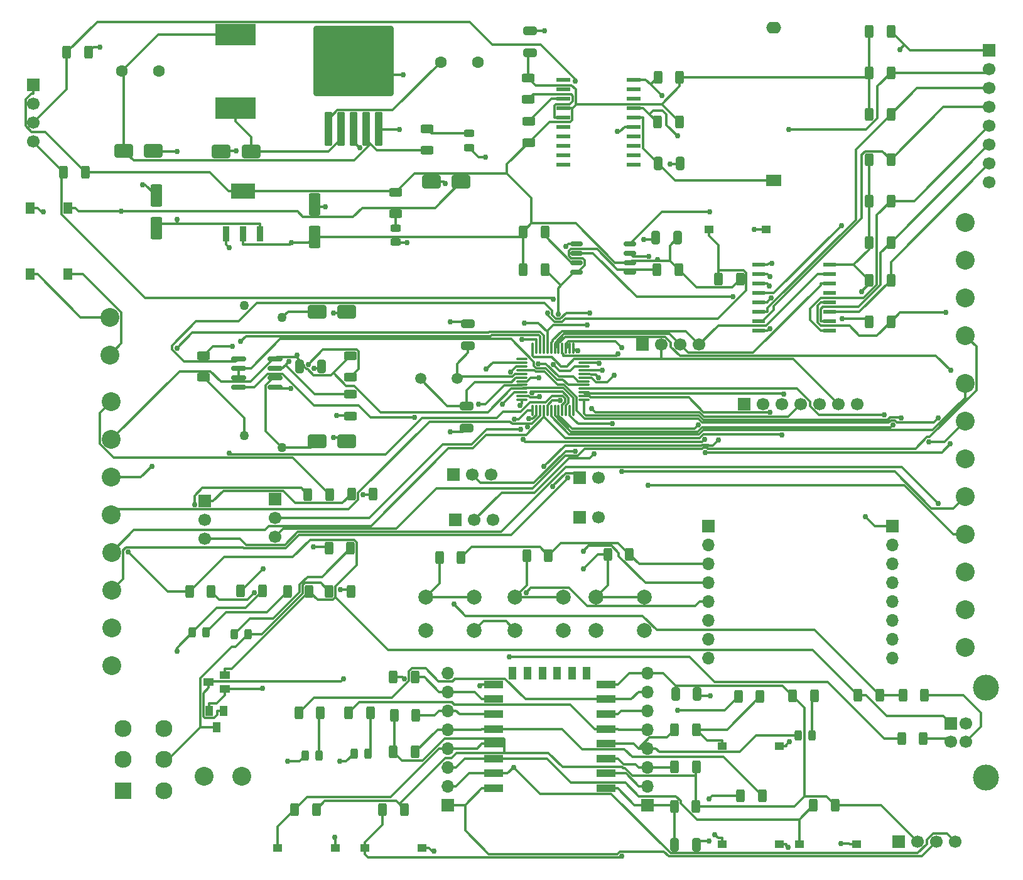
<source format=gbr>
%TF.GenerationSoftware,KiCad,Pcbnew,9.0.1*%
%TF.CreationDate,2025-08-26T10:13:58+03:00*%
%TF.ProjectId,Control_board,436f6e74-726f-46c5-9f62-6f6172642e6b,rev?*%
%TF.SameCoordinates,Original*%
%TF.FileFunction,Copper,L1,Top*%
%TF.FilePolarity,Positive*%
%FSLAX46Y46*%
G04 Gerber Fmt 4.6, Leading zero omitted, Abs format (unit mm)*
G04 Created by KiCad (PCBNEW 9.0.1) date 2025-08-26 10:13:58*
%MOMM*%
%LPD*%
G01*
G04 APERTURE LIST*
G04 Aperture macros list*
%AMRoundRect*
0 Rectangle with rounded corners*
0 $1 Rounding radius*
0 $2 $3 $4 $5 $6 $7 $8 $9 X,Y pos of 4 corners*
0 Add a 4 corners polygon primitive as box body*
4,1,4,$2,$3,$4,$5,$6,$7,$8,$9,$2,$3,0*
0 Add four circle primitives for the rounded corners*
1,1,$1+$1,$2,$3*
1,1,$1+$1,$4,$5*
1,1,$1+$1,$6,$7*
1,1,$1+$1,$8,$9*
0 Add four rect primitives between the rounded corners*
20,1,$1+$1,$2,$3,$4,$5,0*
20,1,$1+$1,$4,$5,$6,$7,0*
20,1,$1+$1,$6,$7,$8,$9,0*
20,1,$1+$1,$8,$9,$2,$3,0*%
G04 Aperture macros list end*
%TA.AperFunction,ComponentPad*%
%ADD10C,3.500000*%
%TD*%
%TA.AperFunction,ComponentPad*%
%ADD11C,1.700000*%
%TD*%
%TA.AperFunction,ComponentPad*%
%ADD12R,1.700000X1.700000*%
%TD*%
%TA.AperFunction,ComponentPad*%
%ADD13C,1.500000*%
%TD*%
%TA.AperFunction,ComponentPad*%
%ADD14C,2.300000*%
%TD*%
%TA.AperFunction,ComponentPad*%
%ADD15R,2.300000X2.300000*%
%TD*%
%TA.AperFunction,SMDPad,CuDef*%
%ADD16RoundRect,0.162500X-0.650000X-0.162500X0.650000X-0.162500X0.650000X0.162500X-0.650000X0.162500X0*%
%TD*%
%TA.AperFunction,SMDPad,CuDef*%
%ADD17RoundRect,0.250000X0.300000X-2.050000X0.300000X2.050000X-0.300000X2.050000X-0.300000X-2.050000X0*%
%TD*%
%TA.AperFunction,SMDPad,CuDef*%
%ADD18RoundRect,0.250002X5.149998X-4.449998X5.149998X4.449998X-5.149998X4.449998X-5.149998X-4.449998X0*%
%TD*%
%TA.AperFunction,SMDPad,CuDef*%
%ADD19RoundRect,0.250000X0.312500X0.625000X-0.312500X0.625000X-0.312500X-0.625000X0.312500X-0.625000X0*%
%TD*%
%TA.AperFunction,SMDPad,CuDef*%
%ADD20RoundRect,0.250000X0.650000X-0.325000X0.650000X0.325000X-0.650000X0.325000X-0.650000X-0.325000X0*%
%TD*%
%TA.AperFunction,SMDPad,CuDef*%
%ADD21RoundRect,0.250000X0.325000X0.650000X-0.325000X0.650000X-0.325000X-0.650000X0.325000X-0.650000X0*%
%TD*%
%TA.AperFunction,SMDPad,CuDef*%
%ADD22R,1.250000X1.000000*%
%TD*%
%TA.AperFunction,SMDPad,CuDef*%
%ADD23RoundRect,0.243750X0.456250X-0.243750X0.456250X0.243750X-0.456250X0.243750X-0.456250X-0.243750X0*%
%TD*%
%TA.AperFunction,SMDPad,CuDef*%
%ADD24RoundRect,0.250000X-0.312500X-0.625000X0.312500X-0.625000X0.312500X0.625000X-0.312500X0.625000X0*%
%TD*%
%TA.AperFunction,SMDPad,CuDef*%
%ADD25RoundRect,0.243750X-0.243750X-0.456250X0.243750X-0.456250X0.243750X0.456250X-0.243750X0.456250X0*%
%TD*%
%TA.AperFunction,ComponentPad*%
%ADD26C,1.270000*%
%TD*%
%TA.AperFunction,SMDPad,CuDef*%
%ADD27R,5.400000X2.900000*%
%TD*%
%TA.AperFunction,SMDPad,CuDef*%
%ADD28RoundRect,0.250000X-0.325000X-0.650000X0.325000X-0.650000X0.325000X0.650000X-0.325000X0.650000X0*%
%TD*%
%TA.AperFunction,SMDPad,CuDef*%
%ADD29RoundRect,0.250000X-1.000000X-0.650000X1.000000X-0.650000X1.000000X0.650000X-1.000000X0.650000X0*%
%TD*%
%TA.AperFunction,SMDPad,CuDef*%
%ADD30R,1.879600X0.533400*%
%TD*%
%TA.AperFunction,SMDPad,CuDef*%
%ADD31RoundRect,0.250000X0.625000X-0.312500X0.625000X0.312500X-0.625000X0.312500X-0.625000X-0.312500X0*%
%TD*%
%TA.AperFunction,SMDPad,CuDef*%
%ADD32RoundRect,0.250000X0.550000X-1.250000X0.550000X1.250000X-0.550000X1.250000X-0.550000X-1.250000X0*%
%TD*%
%TA.AperFunction,ComponentPad*%
%ADD33C,2.540000*%
%TD*%
%TA.AperFunction,SMDPad,CuDef*%
%ADD34RoundRect,0.250000X-0.625000X0.312500X-0.625000X-0.312500X0.625000X-0.312500X0.625000X0.312500X0*%
%TD*%
%TA.AperFunction,ComponentPad*%
%ADD35C,2.000000*%
%TD*%
%TA.AperFunction,SMDPad,CuDef*%
%ADD36R,1.000000X1.400000*%
%TD*%
%TA.AperFunction,SMDPad,CuDef*%
%ADD37RoundRect,0.150000X-0.825000X-0.150000X0.825000X-0.150000X0.825000X0.150000X-0.825000X0.150000X0*%
%TD*%
%TA.AperFunction,SMDPad,CuDef*%
%ADD38RoundRect,0.250000X-0.650000X0.325000X-0.650000X-0.325000X0.650000X-0.325000X0.650000X0.325000X0*%
%TD*%
%TA.AperFunction,SMDPad,CuDef*%
%ADD39R,1.400000X1.000000*%
%TD*%
%TA.AperFunction,SMDPad,CuDef*%
%ADD40RoundRect,0.250000X1.000000X0.650000X-1.000000X0.650000X-1.000000X-0.650000X1.000000X-0.650000X0*%
%TD*%
%TA.AperFunction,SMDPad,CuDef*%
%ADD41R,1.803400X0.533400*%
%TD*%
%TA.AperFunction,ComponentPad*%
%ADD42C,1.600000*%
%TD*%
%TA.AperFunction,SMDPad,CuDef*%
%ADD43R,2.500000X1.000000*%
%TD*%
%TA.AperFunction,SMDPad,CuDef*%
%ADD44R,1.000000X1.800000*%
%TD*%
%TA.AperFunction,SMDPad,CuDef*%
%ADD45R,1.300000X1.500000*%
%TD*%
%TA.AperFunction,ComponentPad*%
%ADD46O,1.700000X1.700000*%
%TD*%
%TA.AperFunction,SMDPad,CuDef*%
%ADD47RoundRect,0.075000X-0.662500X-0.075000X0.662500X-0.075000X0.662500X0.075000X-0.662500X0.075000X0*%
%TD*%
%TA.AperFunction,SMDPad,CuDef*%
%ADD48RoundRect,0.075000X-0.075000X-0.662500X0.075000X-0.662500X0.075000X0.662500X-0.075000X0.662500X0*%
%TD*%
%TA.AperFunction,SMDPad,CuDef*%
%ADD49R,0.950000X2.150000*%
%TD*%
%TA.AperFunction,SMDPad,CuDef*%
%ADD50R,3.250000X2.150000*%
%TD*%
%TA.AperFunction,ComponentPad*%
%ADD51R,2.000000X1.600000*%
%TD*%
%TA.AperFunction,ComponentPad*%
%ADD52O,2.000000X1.600000*%
%TD*%
%TA.AperFunction,ViaPad*%
%ADD53C,0.762000*%
%TD*%
%TA.AperFunction,Conductor*%
%ADD54C,0.304800*%
%TD*%
%TA.AperFunction,Conductor*%
%ADD55C,0.300400*%
%TD*%
G04 APERTURE END LIST*
D10*
%TO.P,J8,5,Shield*%
%TO.N,/GND*%
X195565600Y-146157200D03*
X195565600Y-134117200D03*
D11*
%TO.P,J8,4,GND*%
X192855600Y-138887200D03*
%TO.P,J8,3,D+*%
%TO.N,Net-(J8-D+)*%
X192855600Y-141387200D03*
%TO.P,J8,2,D-*%
%TO.N,Net-(J8-D-)*%
X190855600Y-141387200D03*
D12*
%TO.P,J8,1,VBUS*%
%TO.N,/5V*%
X190855600Y-138887200D03*
%TD*%
D13*
%TO.P,Y1,2,2*%
%TO.N,/OSC_IN*%
X124268400Y-92456000D03*
%TO.P,Y1,1,1*%
%TO.N,/OSC_OUT*%
X119368400Y-92456000D03*
%TD*%
D14*
%TO.P,J6,6,6*%
%TO.N,/GND*%
X84783600Y-139547600D03*
%TO.P,J6,5,5*%
%TO.N,/MDB_uart/MT*%
X84783600Y-143747600D03*
%TO.P,J6,4,4*%
%TO.N,/MDB_uart/MR*%
X84783600Y-147947600D03*
%TO.P,J6,3,3*%
%TO.N,unconnected-(J6-Pad3)*%
X79283600Y-139547600D03*
%TO.P,J6,2,2*%
%TO.N,/GND*%
X79283600Y-143747600D03*
D15*
%TO.P,J6,1,1*%
%TO.N,/12V*%
X79283600Y-147947600D03*
%TD*%
D16*
%TO.P,U1,8,SO*%
%TO.N,/MISO1*%
X147594900Y-74309400D03*
%TO.P,U1,7,GND*%
%TO.N,/GND*%
X147594900Y-75579400D03*
%TO.P,U1,6,VCC*%
%TO.N,/3.3V*%
X147594900Y-76849400D03*
%TO.P,U1,5,~{WP}*%
%TO.N,/CS_flash*%
X147594900Y-78119400D03*
%TO.P,U1,4,~{CS}*%
X140419900Y-78119400D03*
%TO.P,U1,3,~{RESET}*%
%TO.N,Net-(U1-~{RESET})*%
X140419900Y-76849400D03*
%TO.P,U1,2,SCK*%
%TO.N,/SCK1*%
X140419900Y-75579400D03*
%TO.P,U1,1,SI*%
%TO.N,/MOSI1*%
X140419900Y-74309400D03*
%TD*%
D17*
%TO.P,U2,5,~{ON}/OFF*%
%TO.N,/GND*%
X113736400Y-58842500D03*
%TO.P,U2,4,FB*%
%TO.N,/5V*%
X112036400Y-58842500D03*
D18*
%TO.P,U2,3,GND*%
%TO.N,/GND*%
X110336400Y-49692500D03*
D17*
X110336400Y-58842500D03*
%TO.P,U2,2,OUT*%
%TO.N,Net-(D2-K)*%
X108636400Y-58842500D03*
%TO.P,U2,1,VIN*%
%TO.N,Net-(D1-K)*%
X106936400Y-58842500D03*
%TD*%
D19*
%TO.P,R2,1*%
%TO.N,Net-(U1-~{RESET})*%
X136109900Y-72669400D03*
%TO.P,R2,2*%
%TO.N,/3.3V*%
X133184900Y-72669400D03*
%TD*%
D20*
%TO.P,C6,1*%
%TO.N,/3.3V*%
X134137400Y-48566600D03*
%TO.P,C6,2*%
%TO.N,/GND*%
X134137400Y-45616600D03*
%TD*%
D19*
%TO.P,R18,1*%
%TO.N,/KEY8*%
X182767700Y-84785200D03*
%TO.P,R18,2*%
%TO.N,/3.3V*%
X179842700Y-84785200D03*
%TD*%
D21*
%TO.P,C1,1*%
%TO.N,/3.3V*%
X154040100Y-73482200D03*
%TO.P,C1,2*%
%TO.N,/GND*%
X151090100Y-73482200D03*
%TD*%
D22*
%TO.P,SW1,1,1*%
%TO.N,/NRST*%
X158240500Y-72390000D03*
%TO.P,SW1,2,2*%
%TO.N,/GND*%
X165990500Y-72390000D03*
%TD*%
D12*
%TO.P,JP3,1,A*%
%TO.N,/RX2_stm*%
X140817600Y-105816400D03*
D11*
%TO.P,JP3,2,B*%
%TO.N,/RX2*%
X143357600Y-105816400D03*
%TD*%
D23*
%TO.P,D3,1,K*%
%TO.N,/GND*%
X125907800Y-61309300D03*
%TO.P,D3,2,A*%
%TO.N,Net-(D3-A)*%
X125907800Y-59434300D03*
%TD*%
D24*
%TO.P,R36,1*%
%TO.N,Net-(R36-Pad1)*%
X162483300Y-148640800D03*
%TO.P,R36,2*%
%TO.N,/GPIO0*%
X165408300Y-148640800D03*
%TD*%
D25*
%TO.P,D11,1,K*%
%TO.N,/GPIO16*%
X170235400Y-140512800D03*
%TO.P,D11,2,A*%
%TO.N,Net-(D11-A)*%
X172110400Y-140512800D03*
%TD*%
D24*
%TO.P,R43,1*%
%TO.N,/RST_WIFI*%
X153568400Y-150114000D03*
%TO.P,R43,2*%
%TO.N,/3.3V*%
X156493400Y-150114000D03*
%TD*%
%TO.P,R30,1*%
%TO.N,/GND*%
X106995500Y-115316000D03*
%TO.P,R30,2*%
%TO.N,Net-(D9-K)*%
X109920500Y-115316000D03*
%TD*%
D26*
%TO.P,TH1,1*%
%TO.N,/A+*%
X95581400Y-100114200D03*
%TO.P,TH1,2*%
%TO.N,Net-(D6-K)*%
X100681400Y-101714200D03*
%TD*%
D19*
%TO.P,R5,1*%
%TO.N,/GPIO0*%
X118607300Y-142748000D03*
%TO.P,R5,2*%
%TO.N,/3.3V*%
X115682300Y-142748000D03*
%TD*%
D27*
%TO.P,L1,1,1*%
%TO.N,Net-(D2-K)*%
X94386400Y-56052500D03*
%TO.P,L1,2,2*%
%TO.N,/5V*%
X94386400Y-46152500D03*
%TD*%
D28*
%TO.P,C11,1*%
%TO.N,/RST_WIFI*%
X153564800Y-155244800D03*
%TO.P,C11,2*%
%TO.N,/GND*%
X156514800Y-155244800D03*
%TD*%
D12*
%TO.P,JP1,1,A*%
%TO.N,/TX_MDB*%
X90220800Y-108966000D03*
D11*
%TO.P,JP1,2,C*%
%TO.N,/TX3*%
X90220800Y-111506000D03*
%TO.P,JP1,3,B*%
%TO.N,/TX_Meter*%
X90220800Y-114046000D03*
%TD*%
D12*
%TO.P,J1,1,Pin_1*%
%TO.N,/KEY1*%
X196037200Y-48260000D03*
D11*
%TO.P,J1,2,Pin_2*%
%TO.N,/KEY2*%
X196037200Y-50800000D03*
%TO.P,J1,3,Pin_3*%
%TO.N,/KEY3*%
X196037200Y-53340000D03*
%TO.P,J1,4,Pin_4*%
%TO.N,/KEY4*%
X196037200Y-55880000D03*
%TO.P,J1,5,Pin_5*%
%TO.N,/KEY5*%
X196037200Y-58420000D03*
%TO.P,J1,6,Pin_6*%
%TO.N,/KEY6*%
X196037200Y-60960000D03*
%TO.P,J1,7,Pin_7*%
%TO.N,/KEY7*%
X196037200Y-63500000D03*
%TO.P,J1,8,Pin_8*%
%TO.N,/KEY8*%
X196037200Y-66040000D03*
%TD*%
D29*
%TO.P,D6,1,K*%
%TO.N,Net-(D6-K)*%
X105372400Y-100914200D03*
%TO.P,D6,2,A*%
%TO.N,/GND*%
X109372400Y-100914200D03*
%TD*%
D30*
%TO.P,U8,1,NC*%
%TO.N,unconnected-(U8-NC-Pad1)*%
X138639500Y-52171600D03*
%TO.P,U8,2,NC*%
%TO.N,unconnected-(U8-NC-Pad2)*%
X138639500Y-53441600D03*
%TO.P,U8,3,32KHZ*%
%TO.N,Net-(U8-32KHZ)*%
X138639500Y-54711600D03*
%TO.P,U8,4,VCC*%
%TO.N,/3.3V*%
X138639500Y-55981600D03*
%TO.P,U8,5,\u002AINT/SQW*%
%TO.N,Net-(U8-\u002AINT{slash}SQW)*%
X138639500Y-57251600D03*
%TO.P,U8,6,\u002ARST*%
%TO.N,unconnected-(U8-\u002ARST-Pad6)*%
X138639500Y-58521600D03*
%TO.P,U8,7,NC*%
%TO.N,unconnected-(U8-NC-Pad7)*%
X138639500Y-59791600D03*
%TO.P,U8,8,NC*%
%TO.N,unconnected-(U8-NC-Pad8)*%
X138639500Y-61061600D03*
%TO.P,U8,9,NC*%
%TO.N,unconnected-(U8-NC-Pad9)*%
X138639500Y-62331600D03*
%TO.P,U8,10,NC*%
%TO.N,unconnected-(U8-NC-Pad10)*%
X138639500Y-63601600D03*
%TO.P,U8,11,NC*%
%TO.N,unconnected-(U8-NC-Pad11)*%
X148113700Y-63601600D03*
%TO.P,U8,12,NC*%
%TO.N,unconnected-(U8-NC-Pad12)*%
X148113700Y-62331600D03*
%TO.P,U8,13,NC*%
%TO.N,unconnected-(U8-NC-Pad13)*%
X148113700Y-61061600D03*
%TO.P,U8,14,NC*%
%TO.N,unconnected-(U8-NC-Pad14)*%
X148113700Y-59791600D03*
%TO.P,U8,15,GND*%
%TO.N,/GND*%
X148113700Y-58521600D03*
%TO.P,U8,16,VBAT*%
%TO.N,Net-(BT1-+)*%
X148113700Y-57251600D03*
%TO.P,U8,17,SDA*%
%TO.N,/SDA_1*%
X148113700Y-55981600D03*
%TO.P,U8,18,SCL*%
%TO.N,unconnected-(U8-SCL-Pad18)*%
X148113700Y-54711600D03*
%TO.P,U8,19,NC*%
%TO.N,unconnected-(U8-NC-Pad19)*%
X148113700Y-53441600D03*
%TO.P,U8,20,SCL*%
%TO.N,/SCL_1*%
X148113700Y-52171600D03*
%TD*%
D12*
%TO.P,JP6,1,A*%
%TO.N,/USB_DM*%
X123799600Y-105359200D03*
D11*
%TO.P,JP6,2,C*%
%TO.N,/PA11*%
X126339600Y-105359200D03*
%TO.P,JP6,3,B*%
%TO.N,/Button5*%
X128879600Y-105359200D03*
%TD*%
D12*
%TO.P,JP2,1,A*%
%TO.N,/RX_MDB*%
X99771200Y-108661200D03*
D11*
%TO.P,JP2,2,C*%
%TO.N,/RX3*%
X99771200Y-111201200D03*
%TO.P,JP2,3,B*%
%TO.N,/RX_Meter*%
X99771200Y-113741200D03*
%TD*%
D24*
%TO.P,R35,1*%
%TO.N,/5V*%
X178318700Y-135077200D03*
%TO.P,R35,2*%
%TO.N,/USB_DP*%
X181243700Y-135077200D03*
%TD*%
D31*
%TO.P,R4,1*%
%TO.N,/5V*%
X120192800Y-61694300D03*
%TO.P,R4,2*%
%TO.N,Net-(D3-A)*%
X120192800Y-58769300D03*
%TD*%
D26*
%TO.P,TH2,1*%
%TO.N,/B-*%
X95581400Y-82626200D03*
%TO.P,TH2,2*%
%TO.N,Net-(D5-K)*%
X100681400Y-84226200D03*
%TD*%
D19*
%TO.P,R12,1*%
%TO.N,/KEY3*%
X182767700Y-56845200D03*
%TO.P,R12,2*%
%TO.N,/3.3V*%
X179842700Y-56845200D03*
%TD*%
%TO.P,R39,1*%
%TO.N,Net-(R38-Pad1)*%
X165140100Y-135269700D03*
%TO.P,R39,2*%
%TO.N,/RST_WIFI*%
X162215100Y-135269700D03*
%TD*%
D24*
%TO.P,R45,1*%
%TO.N,/Button3*%
X114241200Y-150469600D03*
%TO.P,R45,2*%
%TO.N,/3.3V*%
X117166200Y-150469600D03*
%TD*%
%TO.P,R29,1*%
%TO.N,/MDB_uart/MT*%
X107057000Y-121107200D03*
%TO.P,R29,2*%
%TO.N,/GND*%
X109982000Y-121107200D03*
%TD*%
D25*
%TO.P,D13,1,K*%
%TO.N,/GND*%
X110371600Y-142951200D03*
%TO.P,D13,2,A*%
%TO.N,Net-(D13-A)*%
X112246600Y-142951200D03*
%TD*%
D32*
%TO.P,C4,1*%
%TO.N,/3.3V*%
X105054400Y-73335500D03*
%TO.P,C4,2*%
%TO.N,/GND*%
X105054400Y-68935500D03*
%TD*%
D31*
%TO.P,R32,1*%
%TO.N,Net-(U8-\u002AINT{slash}SQW)*%
X133858000Y-54842600D03*
%TO.P,R32,2*%
%TO.N,/3.3V*%
X133858000Y-51917600D03*
%TD*%
D24*
%TO.P,R24,1*%
%TO.N,/SWDIO*%
X71232300Y-64668400D03*
%TO.P,R24,2*%
%TO.N,/3.3V*%
X74157300Y-64668400D03*
%TD*%
D33*
%TO.P,J4,1,Pin_1*%
%TO.N,/5V*%
X77673200Y-95554800D03*
%TO.P,J4,2,Pin_2*%
%TO.N,/3.3V*%
X77673200Y-100634800D03*
%TO.P,J4,3,Pin_3*%
%TO.N,/GND*%
X77673200Y-105714800D03*
%TO.P,J4,4,Pin_4*%
%TO.N,/SCK1*%
X77673200Y-110794800D03*
%TO.P,J4,5,Pin_5*%
%TO.N,/MISO1*%
X77693200Y-115874800D03*
%TO.P,J4,6,Pin_6*%
%TO.N,/MOSI1*%
X77693200Y-120954800D03*
%TO.P,J4,7,Pin_7*%
%TO.N,/GPIO_1*%
X77693200Y-126034800D03*
%TO.P,J4,8,Pin_8*%
%TO.N,/GPIO_2*%
X77693200Y-131114800D03*
%TD*%
D34*
%TO.P,R6,1*%
%TO.N,/3.3V*%
X115976400Y-67354500D03*
%TO.P,R6,2*%
%TO.N,Net-(D4-A)*%
X115976400Y-70279500D03*
%TD*%
D35*
%TO.P,SW9,1,1*%
%TO.N,/Button6*%
X143007400Y-121854400D03*
X149507400Y-121854400D03*
%TO.P,SW9,2,2*%
%TO.N,/GND*%
X143007400Y-126354400D03*
X149507400Y-126354400D03*
%TD*%
D24*
%TO.P,R33,1*%
%TO.N,/USB_DP*%
X184374600Y-135077200D03*
%TO.P,R33,2*%
%TO.N,Net-(J8-D+)*%
X187299600Y-135077200D03*
%TD*%
D29*
%TO.P,D5,1,K*%
%TO.N,Net-(D5-K)*%
X105372400Y-83426200D03*
%TO.P,D5,2,A*%
%TO.N,/GND*%
X109372400Y-83426200D03*
%TD*%
D20*
%TO.P,C9,1*%
%TO.N,/OSC_IN*%
X125730000Y-88040000D03*
%TO.P,C9,2*%
%TO.N,/GND*%
X125730000Y-85090000D03*
%TD*%
D24*
%TO.P,R50,1*%
%TO.N,/Button6*%
X144575800Y-116128800D03*
%TO.P,R50,2*%
%TO.N,/3.3V*%
X147500800Y-116128800D03*
%TD*%
D36*
%TO.P,T1,1*%
%TO.N,Net-(R31-Pad2)*%
X92781200Y-137210800D03*
%TO.P,T1,2*%
%TO.N,Net-(R28-Pad2)*%
X90881200Y-137210800D03*
%TO.P,T1,3*%
%TO.N,/MDB_uart/MT*%
X91831200Y-139410800D03*
%TD*%
D19*
%TO.P,R41,1*%
%TO.N,/GPIO2*%
X118719600Y-137769600D03*
%TO.P,R41,2*%
%TO.N,/3.3V*%
X115794600Y-137769600D03*
%TD*%
%TO.P,R44,1*%
%TO.N,/GPIO15*%
X118618000Y-132638800D03*
%TO.P,R44,2*%
%TO.N,/GND*%
X115693000Y-132638800D03*
%TD*%
%TO.P,R7,1*%
%TO.N,/3.3V*%
X154279600Y-51866800D03*
%TO.P,R7,2*%
%TO.N,/SCL_1*%
X151354600Y-51866800D03*
%TD*%
D37*
%TO.P,U10,1,RO*%
%TO.N,/RX1*%
X94807000Y-89789000D03*
%TO.P,U10,2,~{RE}*%
%TO.N,/TX_EN*%
X94807000Y-91059000D03*
%TO.P,U10,3,DE*%
X94807000Y-92329000D03*
%TO.P,U10,4,DI*%
%TO.N,/TX1*%
X94807000Y-93599000D03*
%TO.P,U10,5,GND*%
%TO.N,/GND*%
X99757000Y-93599000D03*
%TO.P,U10,6,A*%
%TO.N,Net-(D6-K)*%
X99757000Y-92329000D03*
%TO.P,U10,7,B*%
%TO.N,Net-(D5-K)*%
X99757000Y-91059000D03*
%TO.P,U10,8,VCC*%
%TO.N,/3.3V*%
X99757000Y-89789000D03*
%TD*%
D24*
%TO.P,R28,1*%
%TO.N,/5V*%
X88210200Y-121158000D03*
%TO.P,R28,2*%
%TO.N,Net-(R28-Pad2)*%
X91135200Y-121158000D03*
%TD*%
%TO.P,R47,1*%
%TO.N,/LED 2*%
X109677200Y-137464800D03*
%TO.P,R47,2*%
%TO.N,Net-(D13-A)*%
X112602200Y-137464800D03*
%TD*%
D22*
%TO.P,SW6,1,1*%
%TO.N,/Button3*%
X111842400Y-155702000D03*
%TO.P,SW6,2,2*%
%TO.N,/GND*%
X119592400Y-155702000D03*
%TD*%
D12*
%TO.P,U9,1,Pin_1*%
%TO.N,/GND*%
X149301200Y-87884000D03*
D11*
%TO.P,U9,2,Pin_2*%
%TO.N,/3.3V*%
X151841200Y-87884000D03*
%TO.P,U9,3,Pin_3*%
%TO.N,/SCL_1*%
X154381200Y-87884000D03*
%TO.P,U9,4,Pin_4*%
%TO.N,/SDA_1*%
X156921200Y-87884000D03*
%TD*%
D25*
%TO.P,D8,1,K*%
%TO.N,/MDB_uart/MR*%
X88572100Y-126644400D03*
%TO.P,D8,2,A*%
%TO.N,Net-(D8-A)*%
X90447100Y-126644400D03*
%TD*%
D19*
%TO.P,R11,1*%
%TO.N,/KEY2*%
X182767700Y-51257200D03*
%TO.P,R11,2*%
%TO.N,/3.3V*%
X179842700Y-51257200D03*
%TD*%
D24*
%TO.P,R26,1*%
%TO.N,/Button2*%
X172335000Y-149910800D03*
%TO.P,R26,2*%
%TO.N,/3.3V*%
X175260000Y-149910800D03*
%TD*%
D35*
%TO.P,SW8,1,1*%
%TO.N,/Button5*%
X132110800Y-121854400D03*
X138610800Y-121854400D03*
%TO.P,SW8,2,2*%
%TO.N,/GND*%
X132110800Y-126354400D03*
X138610800Y-126354400D03*
%TD*%
D24*
%TO.P,R48,1*%
%TO.N,/Button4*%
X121890600Y-116535200D03*
%TO.P,R48,2*%
%TO.N,/3.3V*%
X124815600Y-116535200D03*
%TD*%
D31*
%TO.P,R20,1*%
%TO.N,Net-(D6-K)*%
X109880400Y-92282200D03*
%TO.P,R20,2*%
%TO.N,/3.3V*%
X109880400Y-89357200D03*
%TD*%
D34*
%TO.P,R21,1*%
%TO.N,/B-*%
X90068400Y-89357200D03*
%TO.P,R21,2*%
%TO.N,/A+*%
X90068400Y-92282200D03*
%TD*%
D33*
%TO.P,J3,1,Pin_1*%
%TO.N,Net-(J3-Pin_1)*%
X77466800Y-84176800D03*
%TO.P,J3,2,Pin_2*%
%TO.N,Net-(J3-Pin_2)*%
X77466800Y-89256800D03*
%TD*%
D19*
%TO.P,R38,1*%
%TO.N,Net-(R38-Pad1)*%
X156544200Y-139750800D03*
%TO.P,R38,2*%
%TO.N,/GPIO16*%
X153619200Y-139750800D03*
%TD*%
D28*
%TO.P,C12,1*%
%TO.N,/3.3V*%
X153719000Y-134924800D03*
%TO.P,C12,2*%
%TO.N,/GND*%
X156669000Y-134924800D03*
%TD*%
D35*
%TO.P,SW7,1,1*%
%TO.N,/Button4*%
X120092400Y-121854400D03*
X126592400Y-121854400D03*
%TO.P,SW7,2,2*%
%TO.N,/GND*%
X120092400Y-126354400D03*
X126592400Y-126354400D03*
%TD*%
D38*
%TO.P,C8,1*%
%TO.N,/OSC_OUT*%
X125576300Y-96135600D03*
%TO.P,C8,2*%
%TO.N,/GND*%
X125576300Y-99085600D03*
%TD*%
D19*
%TO.P,R16,1*%
%TO.N,/KEY6*%
X182767700Y-74117200D03*
%TO.P,R16,2*%
%TO.N,/3.3V*%
X179842700Y-74117200D03*
%TD*%
D33*
%TO.P,J2,1,Pin_1*%
%TO.N,/RX_Meter*%
X192790000Y-86645100D03*
%TO.P,J2,2,Pin_2*%
%TO.N,/TX_Meter*%
X192790000Y-81565100D03*
%TO.P,J2,3,Pin_3*%
%TO.N,/5V*%
X192790000Y-76485100D03*
%TO.P,J2,4,Pin_4*%
%TO.N,/GND*%
X192790000Y-71405100D03*
%TD*%
D12*
%TO.P,JP5,1,A*%
%TO.N,/USB_DP*%
X124053600Y-111506000D03*
D11*
%TO.P,JP5,2,C*%
%TO.N,/PA12*%
X126593600Y-111506000D03*
%TO.P,JP5,3,B*%
%TO.N,/Button4*%
X129133600Y-111506000D03*
%TD*%
D22*
%TO.P,SW4,1,1*%
%TO.N,Net-(R36-Pad1)*%
X160005800Y-155143200D03*
%TO.P,SW4,2,2*%
%TO.N,/GND*%
X167755800Y-155143200D03*
%TD*%
D19*
%TO.P,R3,1*%
%TO.N,/CS_flash*%
X136109900Y-77749400D03*
%TO.P,R3,2*%
%TO.N,/3.3V*%
X133184900Y-77749400D03*
%TD*%
D33*
%TO.P,J9,1,Pin_1*%
%TO.N,/A+*%
X90171300Y-146053200D03*
%TO.P,J9,2,Pin_2*%
%TO.N,/B-*%
X95251300Y-146053200D03*
%TD*%
D24*
%TO.P,R34,1*%
%TO.N,/USB_DM*%
X184222200Y-140919200D03*
%TO.P,R34,2*%
%TO.N,Net-(J8-D-)*%
X187147200Y-140919200D03*
%TD*%
D19*
%TO.P,R14,1*%
%TO.N,/KEY5*%
X182767700Y-68529200D03*
%TO.P,R14,2*%
%TO.N,/3.3V*%
X179842700Y-68529200D03*
%TD*%
D12*
%TO.P,U11,1,Pin_1*%
%TO.N,/3.3V*%
X67183000Y-52882800D03*
D11*
%TO.P,U11,2,Pin_2*%
%TO.N,/GND*%
X67183000Y-55422800D03*
%TO.P,U11,3,Pin_3*%
%TO.N,/SWCLK*%
X67183000Y-57962800D03*
%TO.P,U11,4,Pin_4*%
%TO.N,/SWDIO*%
X67183000Y-60502800D03*
%TD*%
D39*
%TO.P,T2,1*%
%TO.N,Net-(R28-Pad2)*%
X92979600Y-134249200D03*
%TO.P,T2,2*%
%TO.N,/5V*%
X92979600Y-132349200D03*
%TO.P,T2,3*%
%TO.N,Net-(R31-Pad2)*%
X90779600Y-133299200D03*
%TD*%
D25*
%TO.P,D9,1,K*%
%TO.N,Net-(D9-K)*%
X94234000Y-126898400D03*
%TO.P,D9,2,A*%
%TO.N,/MDB_uart/MT*%
X96109000Y-126898400D03*
%TD*%
D40*
%TO.P,D10,1,K*%
%TO.N,Net-(D10-K)*%
X83349600Y-61745100D03*
%TO.P,D10,2,A*%
%TO.N,/5V*%
X79349600Y-61745100D03*
%TD*%
D24*
%TO.P,R25,1*%
%TO.N,/Button1*%
X102394100Y-150469600D03*
%TO.P,R25,2*%
%TO.N,/3.3V*%
X105319100Y-150469600D03*
%TD*%
D41*
%TO.P,U12,1,A0*%
%TO.N,/GND*%
X164947600Y-77114400D03*
%TO.P,U12,2,A1*%
X164947600Y-78384400D03*
%TO.P,U12,3,A2*%
X164947600Y-79654400D03*
%TO.P,U12,4,IO0*%
%TO.N,/KEY1*%
X164947600Y-80924400D03*
%TO.P,U12,5,IO1*%
%TO.N,/KEY2*%
X164947600Y-82194400D03*
%TO.P,U12,6,IO2*%
%TO.N,/KEY3*%
X164947600Y-83464400D03*
%TO.P,U12,7,IO3*%
%TO.N,/KEY4*%
X164947600Y-84734400D03*
%TO.P,U12,8,VSS*%
%TO.N,/GND*%
X164947600Y-86004400D03*
%TO.P,U12,9,IO4*%
%TO.N,/KEY5*%
X174498000Y-86004400D03*
%TO.P,U12,10,IO5*%
%TO.N,/KEY6*%
X174498000Y-84734400D03*
%TO.P,U12,11,IO6*%
%TO.N,/KEY7*%
X174498000Y-83464400D03*
%TO.P,U12,12,IO7*%
%TO.N,/KEY8*%
X174498000Y-82194400D03*
%TO.P,U12,13,~INT*%
%TO.N,unconnected-(U12-~INT-Pad13)*%
X174498000Y-80924400D03*
%TO.P,U12,14,SCL*%
%TO.N,/SCL_1*%
X174498000Y-79654400D03*
%TO.P,U12,15,SDA*%
%TO.N,/SDA_1*%
X174498000Y-78384400D03*
%TO.P,U12,16,VDD*%
%TO.N,/3.3V*%
X174498000Y-77114400D03*
%TD*%
D23*
%TO.P,D4,1,K*%
%TO.N,/GND*%
X115976400Y-74089500D03*
%TO.P,D4,2,A*%
%TO.N,Net-(D4-A)*%
X115976400Y-72214500D03*
%TD*%
D42*
%TO.P,C2,1*%
%TO.N,Net-(D1-K)*%
X122072400Y-49807100D03*
%TO.P,C2,2*%
%TO.N,/GND*%
X127072400Y-49807100D03*
%TD*%
D24*
%TO.P,R23,1*%
%TO.N,/SWCLK*%
X71638700Y-48488600D03*
%TO.P,R23,2*%
%TO.N,/GND*%
X74563700Y-48488600D03*
%TD*%
%TO.P,R46,1*%
%TO.N,/LED 1*%
X102920800Y-137464800D03*
%TO.P,R46,2*%
%TO.N,Net-(D12-A)*%
X105845800Y-137464800D03*
%TD*%
D19*
%TO.P,R37,1*%
%TO.N,Net-(D11-A)*%
X172444600Y-135178800D03*
%TO.P,R37,2*%
%TO.N,/3.3V*%
X169519600Y-135178800D03*
%TD*%
D42*
%TO.P,C3,1*%
%TO.N,/5V*%
X79095600Y-51026300D03*
%TO.P,C3,2*%
%TO.N,/GND*%
X84095600Y-51026300D03*
%TD*%
D12*
%TO.P,J7,1,Pin_1*%
%TO.N,/GND*%
X183794400Y-154838400D03*
D11*
%TO.P,J7,2,Pin_2*%
%TO.N,/3.3V*%
X186334400Y-154838400D03*
%TO.P,J7,3,Pin_3*%
%TO.N,/RX2*%
X188874400Y-154838400D03*
%TO.P,J7,4,Pin_4*%
%TO.N,/TX2*%
X191414400Y-154838400D03*
%TD*%
D33*
%TO.P,J5,1,Pin_1*%
%TO.N,/GND*%
X192786200Y-128625600D03*
%TO.P,J5,2,Pin_2*%
%TO.N,/OUT7*%
X192786200Y-123545600D03*
%TO.P,J5,3,Pin_3*%
%TO.N,/OUT6*%
X192786200Y-118465600D03*
%TO.P,J5,4,Pin_4*%
%TO.N,/OUT5*%
X192786200Y-113385600D03*
%TO.P,J5,5,Pin_5*%
%TO.N,/OUT4*%
X192766200Y-108305600D03*
%TO.P,J5,6,Pin_6*%
%TO.N,/OUT3*%
X192766200Y-103225600D03*
%TO.P,J5,7,Pin_7*%
%TO.N,/OUT2*%
X192766200Y-98145600D03*
%TO.P,J5,8,Pin_8*%
%TO.N,/OUT1*%
X192766200Y-93065600D03*
%TD*%
D43*
%TO.P,U14,1,~{RST}*%
%TO.N,/RST_WIFI*%
X144375200Y-147630800D03*
%TO.P,U14,2,ADC*%
%TO.N,/ADC*%
X144375200Y-145630800D03*
%TO.P,U14,3,EN*%
%TO.N,/EN*%
X144375200Y-143630800D03*
%TO.P,U14,4,GPIO16*%
%TO.N,/GPIO16*%
X144375200Y-141630800D03*
%TO.P,U14,5,GPIO14*%
%TO.N,/LED 2*%
X144375200Y-139630800D03*
%TO.P,U14,6,GPIO12*%
%TO.N,/Button3*%
X144375200Y-137630800D03*
%TO.P,U14,7,GPIO13*%
%TO.N,/LED 1*%
X144375200Y-135630800D03*
%TO.P,U14,8,VCC*%
%TO.N,/3.3V*%
X144375200Y-133630800D03*
D44*
%TO.P,U14,9,CS0*%
%TO.N,unconnected-(U14-CS0-Pad9)*%
X141775200Y-132130800D03*
%TO.P,U14,10,MISO*%
%TO.N,unconnected-(U14-MISO-Pad10)*%
X139775200Y-132130800D03*
%TO.P,U14,11,GPIO9*%
%TO.N,unconnected-(U14-GPIO9-Pad11)*%
X137775200Y-132130800D03*
%TO.P,U14,12,GPIO10*%
%TO.N,unconnected-(U14-GPIO10-Pad12)*%
X135775200Y-132130800D03*
%TO.P,U14,13,MOSI*%
%TO.N,unconnected-(U14-MOSI-Pad13)*%
X133775200Y-132130800D03*
%TO.P,U14,14,SCLK*%
%TO.N,unconnected-(U14-SCLK-Pad14)*%
X131775200Y-132130800D03*
D43*
%TO.P,U14,15,GND*%
%TO.N,/GND*%
X129175200Y-133630800D03*
%TO.P,U14,16,GPIO15*%
%TO.N,/GPIO15*%
X129175200Y-135630800D03*
%TO.P,U14,17,GPIO2*%
%TO.N,/GPIO2*%
X129175200Y-137630800D03*
%TO.P,U14,18,GPIO0*%
%TO.N,/GPIO0*%
X129175200Y-139630800D03*
%TO.P,U14,19,GPIO4*%
%TO.N,/Button1*%
X129175200Y-141630800D03*
%TO.P,U14,20,GPIO5*%
%TO.N,/Button2*%
X129175200Y-143630800D03*
%TO.P,U14,21,GPIO3/RXD*%
%TO.N,/TX2*%
X129175200Y-145630800D03*
%TO.P,U14,22,GPIO1/TXD*%
%TO.N,/RX2*%
X129175200Y-147630800D03*
%TD*%
D24*
%TO.P,R27,1*%
%TO.N,/MDB_uart/MR*%
X104150700Y-108051600D03*
%TO.P,R27,2*%
%TO.N,/5V*%
X107075700Y-108051600D03*
%TD*%
D45*
%TO.P,D7,1,+*%
%TO.N,/12V*%
X71841200Y-69464000D03*
%TO.P,D7,2,-*%
%TO.N,/GND*%
X66741200Y-69464000D03*
%TO.P,D7,3*%
%TO.N,Net-(J3-Pin_1)*%
X66741200Y-78364000D03*
%TO.P,D7,4*%
%TO.N,Net-(J3-Pin_2)*%
X71841200Y-78364000D03*
%TD*%
D12*
%TO.P,JP4,1,A*%
%TO.N,/TX2_stm*%
X140761800Y-111150400D03*
D11*
%TO.P,JP4,2,B*%
%TO.N,/TX2*%
X143301800Y-111150400D03*
%TD*%
D25*
%TO.P,D12,1,K*%
%TO.N,/GND*%
X103813800Y-143213200D03*
%TO.P,D12,2,A*%
%TO.N,Net-(D12-A)*%
X105688800Y-143213200D03*
%TD*%
D24*
%TO.P,R42,1*%
%TO.N,/EN*%
X153629900Y-144780000D03*
%TO.P,R42,2*%
%TO.N,/3.3V*%
X156554900Y-144780000D03*
%TD*%
D12*
%TO.P,U7,1,Pin_1*%
%TO.N,/NSS1*%
X163017200Y-95859600D03*
D11*
%TO.P,U7,2,Pin_2*%
%TO.N,/SCK1*%
X165557200Y-95859600D03*
%TO.P,U7,3,Pin_3*%
%TO.N,/MISO1*%
X168097200Y-95859600D03*
%TO.P,U7,4,Pin_4*%
%TO.N,/MOSI1*%
X170637200Y-95859600D03*
%TO.P,U7,5,Pin_5*%
%TO.N,/SQW*%
X173177200Y-95859600D03*
%TO.P,U7,6,Pin_6*%
%TO.N,/3.3V*%
X175717200Y-95859600D03*
%TO.P,U7,7,Pin_7*%
%TO.N,/GND*%
X178257200Y-95859600D03*
%TD*%
D24*
%TO.P,R10,1*%
%TO.N,/RX_MDB*%
X95097600Y-121056400D03*
%TO.P,R10,2*%
%TO.N,/MDB_uart/MR*%
X98022600Y-121056400D03*
%TD*%
%TO.P,R49,1*%
%TO.N,/Button5*%
X133653800Y-116281200D03*
%TO.P,R49,2*%
%TO.N,/3.3V*%
X136578800Y-116281200D03*
%TD*%
D22*
%TO.P,SW5,1,1*%
%TO.N,Net-(R38-Pad1)*%
X160005800Y-141986000D03*
%TO.P,SW5,2,2*%
%TO.N,/GND*%
X167755800Y-141986000D03*
%TD*%
D24*
%TO.P,R15,1*%
%TO.N,Net-(D8-A)*%
X101407500Y-121107200D03*
%TO.P,R15,2*%
%TO.N,/5V*%
X104332500Y-121107200D03*
%TD*%
D32*
%TO.P,C5,1*%
%TO.N,Net-(D10-K)*%
X83718400Y-72225500D03*
%TO.P,C5,2*%
%TO.N,/GND*%
X83718400Y-67825500D03*
%TD*%
D46*
%TO.P,U4,ADC,ADC*%
%TO.N,/ADC*%
X149908400Y-147338400D03*
%TO.P,U4,CH_PC,CH_PC*%
%TO.N,/EN*%
X149908400Y-144798400D03*
%TO.P,U4,GND,GND*%
%TO.N,/GND*%
X123008400Y-132098400D03*
%TO.P,U4,GPIO0,GPIO0*%
%TO.N,/GPIO0*%
X123008400Y-139718400D03*
%TO.P,U4,GPIO2,GPIO2*%
%TO.N,/GPIO2*%
X123008400Y-137178400D03*
%TO.P,U4,GPIO4,GPIO4*%
%TO.N,/Button1*%
X123008400Y-142258400D03*
%TO.P,U4,GPIO5,GPIO5*%
%TO.N,/Button2*%
X123008400Y-144798400D03*
%TO.P,U4,GPIO12,GPIO12*%
%TO.N,/Button3*%
X149908400Y-137178400D03*
%TO.P,U4,GPIO13,GPIO13*%
%TO.N,/LED 1*%
X149908400Y-134638400D03*
%TO.P,U4,GPIO14,GPIO14*%
%TO.N,/LED 2*%
X149908400Y-139718400D03*
%TO.P,U4,GPIO15,GPIO15*%
%TO.N,/GPIO15*%
X123008400Y-134638400D03*
%TO.P,U4,GPIO16,GPIO16*%
%TO.N,/GPIO16*%
X149908400Y-142258400D03*
D12*
%TO.P,U4,REST,REST*%
%TO.N,/RST_WIFI*%
X149908400Y-149878400D03*
D46*
%TO.P,U4,RX,RX*%
%TO.N,/TX2*%
X123008400Y-147338400D03*
D12*
%TO.P,U4,TX,TX*%
%TO.N,/RX2*%
X123008400Y-149878400D03*
D46*
%TO.P,U4,VCC,VCC*%
%TO.N,/3.3V*%
X149908400Y-132098400D03*
%TD*%
D22*
%TO.P,SW3,1,1*%
%TO.N,/Button2*%
X170398400Y-155143200D03*
%TO.P,SW3,2,2*%
%TO.N,/GND*%
X178148400Y-155143200D03*
%TD*%
%TO.P,SW2,1,1*%
%TO.N,/Button1*%
X100091200Y-155702000D03*
%TO.P,SW2,2,2*%
%TO.N,/GND*%
X107841200Y-155702000D03*
%TD*%
D19*
%TO.P,R9,1*%
%TO.N,/KEY1*%
X182767700Y-45669200D03*
%TO.P,R9,2*%
%TO.N,/3.3V*%
X179842700Y-45669200D03*
%TD*%
D47*
%TO.P,U6,1,VBAT*%
%TO.N,unconnected-(U6-VBAT-Pad1)*%
X133048300Y-89807600D03*
%TO.P,U6,2,PC13*%
%TO.N,/DIO0*%
X133048300Y-90307600D03*
%TO.P,U6,3,PC14*%
%TO.N,/RST_LoRa*%
X133048300Y-90807600D03*
%TO.P,U6,4,PC15*%
%TO.N,/OUT7*%
X133048300Y-91307600D03*
%TO.P,U6,5,PD0*%
%TO.N,/OSC_IN*%
X133048300Y-91807600D03*
%TO.P,U6,6,PD1*%
%TO.N,/OSC_OUT*%
X133048300Y-92307600D03*
%TO.P,U6,7,NRST*%
%TO.N,/NRST*%
X133048300Y-92807600D03*
%TO.P,U6,8,VSSA*%
%TO.N,/GND*%
X133048300Y-93307600D03*
%TO.P,U6,9,VDDA*%
%TO.N,/3.3V*%
X133048300Y-93807600D03*
%TO.P,U6,10,PA0*%
%TO.N,/Button6*%
X133048300Y-94307600D03*
%TO.P,U6,11,PA1*%
%TO.N,/CS_flash*%
X133048300Y-94807600D03*
%TO.P,U6,12,PA2*%
%TO.N,/TX2_stm*%
X133048300Y-95307600D03*
D48*
%TO.P,U6,13,PA3*%
%TO.N,/RX2_stm*%
X134460800Y-96720100D03*
%TO.P,U6,14,PA4*%
%TO.N,/NSS1*%
X134960800Y-96720100D03*
%TO.P,U6,15,PA5*%
%TO.N,/SCK1*%
X135460800Y-96720100D03*
%TO.P,U6,16,PA6*%
%TO.N,/MISO1*%
X135960800Y-96720100D03*
%TO.P,U6,17,PA7*%
%TO.N,/MOSI1*%
X136460800Y-96720100D03*
%TO.P,U6,18,PB0*%
%TO.N,/OUT1*%
X136960800Y-96720100D03*
%TO.P,U6,19,PB1*%
%TO.N,/OUT2*%
X137460800Y-96720100D03*
%TO.P,U6,20,PB2*%
%TO.N,/OUT3*%
X137960800Y-96720100D03*
%TO.P,U6,21,PB10*%
%TO.N,/TX3*%
X138460800Y-96720100D03*
%TO.P,U6,22,PB11*%
%TO.N,/RX3*%
X138960800Y-96720100D03*
%TO.P,U6,23,VSS*%
%TO.N,/GND*%
X139460800Y-96720100D03*
%TO.P,U6,24,VDD*%
%TO.N,/3.3V*%
X139960800Y-96720100D03*
D47*
%TO.P,U6,25,PB12*%
%TO.N,/NSS2*%
X141373300Y-95307600D03*
%TO.P,U6,26,PB13*%
%TO.N,/SCK2*%
X141373300Y-94807600D03*
%TO.P,U6,27,PB14*%
%TO.N,/MISO2*%
X141373300Y-94307600D03*
%TO.P,U6,28,PB15*%
%TO.N,/MOSI2*%
X141373300Y-93807600D03*
%TO.P,U6,29,PA8*%
%TO.N,/TX_EN*%
X141373300Y-93307600D03*
%TO.P,U6,30,PA9*%
%TO.N,/TX1*%
X141373300Y-92807600D03*
%TO.P,U6,31,PA10*%
%TO.N,/RX1*%
X141373300Y-92307600D03*
%TO.P,U6,32,PA11*%
%TO.N,/PA11*%
X141373300Y-91807600D03*
%TO.P,U6,33,PA12*%
%TO.N,/PA12*%
X141373300Y-91307600D03*
%TO.P,U6,34,PA13*%
%TO.N,/SWDIO*%
X141373300Y-90807600D03*
%TO.P,U6,35,VSS*%
%TO.N,/GND*%
X141373300Y-90307600D03*
%TO.P,U6,36,VDD*%
%TO.N,/3.3V*%
X141373300Y-89807600D03*
D48*
%TO.P,U6,37,PA14*%
%TO.N,/SWCLK*%
X139960800Y-88395100D03*
%TO.P,U6,38,PA15*%
%TO.N,unconnected-(U6-PA15-Pad38)*%
X139460800Y-88395100D03*
%TO.P,U6,39,PB3*%
%TO.N,/OUT4*%
X138960800Y-88395100D03*
%TO.P,U6,40,PB4*%
%TO.N,/OUT5*%
X138460800Y-88395100D03*
%TO.P,U6,41,PB5*%
%TO.N,/OUT6*%
X137960800Y-88395100D03*
%TO.P,U6,42,PB6*%
%TO.N,/SCL_1*%
X137460800Y-88395100D03*
%TO.P,U6,43,PB7*%
%TO.N,/SDA_1*%
X136960800Y-88395100D03*
%TO.P,U6,44,BOOT0*%
%TO.N,/GND*%
X136460800Y-88395100D03*
%TO.P,U6,45,PB8*%
%TO.N,/GPIO_1*%
X135960800Y-88395100D03*
%TO.P,U6,46,PB9*%
%TO.N,/GPIO_2*%
X135460800Y-88395100D03*
%TO.P,U6,47,VSS*%
%TO.N,/GND*%
X134960800Y-88395100D03*
%TO.P,U6,48,VDD*%
%TO.N,/3.3V*%
X134460800Y-88395100D03*
%TD*%
D40*
%TO.P,D2,1,K*%
%TO.N,Net-(D2-K)*%
X96481400Y-61897500D03*
%TO.P,D2,2,A*%
%TO.N,/GND*%
X92481400Y-61897500D03*
%TD*%
D24*
%TO.P,R31,1*%
%TO.N,/TX_MDB*%
X110032800Y-108000800D03*
%TO.P,R31,2*%
%TO.N,Net-(R31-Pad2)*%
X112957800Y-108000800D03*
%TD*%
D31*
%TO.P,R22,1*%
%TO.N,/GND*%
X109880400Y-97485200D03*
%TO.P,R22,2*%
%TO.N,Net-(D5-K)*%
X109880400Y-94560200D03*
%TD*%
D29*
%TO.P,D1,1,K*%
%TO.N,Net-(D1-K)*%
X120834400Y-65961500D03*
%TO.P,D1,2,A*%
%TO.N,/12V*%
X124834400Y-65961500D03*
%TD*%
D19*
%TO.P,R8,1*%
%TO.N,/3.3V*%
X154264500Y-57886600D03*
%TO.P,R8,2*%
%TO.N,/SDA_1*%
X151339500Y-57886600D03*
%TD*%
D24*
%TO.P,R19,1*%
%TO.N,/NRST*%
X159535400Y-79044800D03*
%TO.P,R19,2*%
%TO.N,/3.3V*%
X162460400Y-79044800D03*
%TD*%
D49*
%TO.P,U13,1,ADJUST*%
%TO.N,/GND*%
X93102400Y-72976300D03*
%TO.P,U13,2,OUTPUT*%
%TO.N,/3.3V*%
X95402400Y-72976300D03*
%TO.P,U13,3,INPUT*%
%TO.N,Net-(D10-K)*%
X97702400Y-72976300D03*
D50*
%TO.P,U13,4,OUTPUT*%
%TO.N,/3.3V*%
X95402400Y-67176300D03*
%TD*%
D28*
%TO.P,C10,1*%
%TO.N,/3.3V*%
X103050400Y-90819700D03*
%TO.P,C10,2*%
%TO.N,/GND*%
X106000400Y-90819700D03*
%TD*%
D51*
%TO.P,BT1,1,+*%
%TO.N,Net-(BT1-+)*%
X166979500Y-65717800D03*
D52*
%TO.P,BT1,2,-*%
%TO.N,/GND*%
X166979500Y-45217800D03*
%TD*%
D19*
%TO.P,R13,1*%
%TO.N,/KEY4*%
X182767700Y-62941200D03*
%TO.P,R13,2*%
%TO.N,/3.3V*%
X179842700Y-62941200D03*
%TD*%
%TO.P,R17,1*%
%TO.N,/KEY7*%
X182767700Y-79197200D03*
%TO.P,R17,2*%
%TO.N,/3.3V*%
X179842700Y-79197200D03*
%TD*%
D46*
%TO.P,U3,3.3V,3.3V*%
%TO.N,/3.3V*%
X158118100Y-117433000D03*
%TO.P,U3,DI104,DI104*%
%TO.N,unconnected-(U3-PadDI104)*%
X182968100Y-127593000D03*
%TO.P,U3,DI105,DI105*%
%TO.N,unconnected-(U3-PadDI105)*%
X182968100Y-125053000D03*
%TO.P,U3,DIO0,DIO0*%
%TO.N,/DIO0*%
X158118100Y-122513000D03*
%TO.P,U3,DIO1,DIO1*%
%TO.N,unconnected-(U3-PadDIO1)*%
X158118100Y-125053000D03*
%TO.P,U3,DIO2,DIO2*%
%TO.N,unconnected-(U3-PadDIO2)*%
X158118100Y-127593000D03*
%TO.P,U3,DIO3,DIO3*%
%TO.N,unconnected-(U3-PadDIO3)*%
X158118100Y-130133000D03*
D12*
%TO.P,U3,GND1,GND*%
%TO.N,/GND*%
X158118100Y-112353000D03*
D46*
%TO.P,U3,GND2,GND*%
X158118100Y-114893000D03*
D12*
%TO.P,U3,GND3,GND*%
X182968100Y-112353000D03*
D46*
%TO.P,U3,GND4,GND*%
X182968100Y-130133000D03*
%TO.P,U3,MISO,MISO*%
%TO.N,/MISO2*%
X182968100Y-119973000D03*
%TO.P,U3,MOSI,MOSI*%
%TO.N,/MOSI2*%
X182968100Y-117433000D03*
%TO.P,U3,NSS,NSS*%
%TO.N,/NSS2*%
X182968100Y-114893000D03*
%TO.P,U3,RST,RST*%
%TO.N,/RST_LoRa*%
X158118100Y-119973000D03*
%TO.P,U3,SCK,SCK*%
%TO.N,/SCK2*%
X182968100Y-122513000D03*
%TD*%
D24*
%TO.P,R1,1*%
%TO.N,/CS_flash*%
X151214900Y-77749400D03*
%TO.P,R1,2*%
%TO.N,/3.3V*%
X154139900Y-77749400D03*
%TD*%
D28*
%TO.P,C7,1*%
%TO.N,Net-(BT1-+)*%
X151392900Y-63449200D03*
%TO.P,C7,2*%
%TO.N,/GND*%
X154342900Y-63449200D03*
%TD*%
D31*
%TO.P,R40,1*%
%TO.N,/3.3V*%
X133908800Y-60695300D03*
%TO.P,R40,2*%
%TO.N,Net-(U8-32KHZ)*%
X133908800Y-57770300D03*
%TD*%
D53*
%TO.N,Net-(D10-K)*%
X86496600Y-61833200D03*
X86496600Y-70971800D03*
%TO.N,/RX3*%
X134406100Y-94390200D03*
X132872300Y-99275300D03*
%TO.N,/3.3V*%
X178809200Y-80698200D03*
X176219500Y-84402100D03*
X101950900Y-74165700D03*
X151281400Y-76389200D03*
X102675100Y-89315400D03*
%TO.N,/TX_Meter*%
X189164000Y-109266600D03*
%TO.N,/RST_WIFI*%
X153973200Y-137130500D03*
%TO.N,/GND*%
X123392300Y-84802600D03*
X117518900Y-74129200D03*
X104898900Y-115137800D03*
X127203200Y-95859600D03*
X108498800Y-143983400D03*
X111176500Y-61393000D03*
X116486200Y-58911000D03*
X166469900Y-78686000D03*
X166702900Y-76930300D03*
X107618000Y-100348500D03*
X83108800Y-104241600D03*
X168881400Y-155590400D03*
X158420600Y-135207500D03*
X101882600Y-93815300D03*
X76126000Y-47814600D03*
X164355200Y-72373400D03*
X145887700Y-59139300D03*
X152997800Y-63512300D03*
X93523500Y-74803400D03*
X108059400Y-97408600D03*
X108521100Y-120888600D03*
X101471200Y-143983400D03*
X132994400Y-87161000D03*
X107790300Y-154216200D03*
X169063900Y-141399600D03*
X68509300Y-70007400D03*
X107618000Y-83640200D03*
X176057200Y-155079800D03*
X141833600Y-85242400D03*
X117154400Y-132885900D03*
X123392300Y-99597800D03*
X166384800Y-79956000D03*
X106484900Y-69342200D03*
X94481400Y-61779400D03*
X128107700Y-62609800D03*
X136071200Y-45576500D03*
X179324000Y-111048800D03*
X117048900Y-51513400D03*
X145237200Y-98552000D03*
X158235800Y-154751100D03*
X133350000Y-84937600D03*
X150080100Y-76006500D03*
X104962400Y-91097700D03*
X121163300Y-156065600D03*
X143403800Y-90429700D03*
X81895500Y-66308600D03*
X127319300Y-133841900D03*
X149461100Y-73706200D03*
X166471500Y-85769400D03*
%TO.N,/TX3*%
X93533000Y-102469800D03*
%TO.N,/SCL_1*%
X151904500Y-54347500D03*
%TO.N,/SDA_1*%
X153973200Y-59761500D03*
%TO.N,/12V*%
X78999200Y-69934400D03*
%TO.N,/CS_flash*%
X137886400Y-83795200D03*
X135408200Y-94884400D03*
%TO.N,/5V*%
X79919500Y-115795500D03*
%TO.N,Net-(D5-K)*%
X101603500Y-90147700D03*
%TO.N,/KEY1*%
X183962800Y-48104600D03*
X176092200Y-71815500D03*
%TO.N,/KEY2*%
X166640000Y-81625400D03*
X168968000Y-58911000D03*
%TO.N,/KEY8*%
X190186000Y-83553400D03*
%TO.N,/NRST*%
X135286400Y-92332300D03*
X136461000Y-83594600D03*
%TO.N,Net-(D6-K)*%
X104222000Y-90557700D03*
%TO.N,/B-*%
X93994000Y-88070200D03*
%TO.N,Net-(D1-K)*%
X122701200Y-66163500D03*
%TO.N,/SCK1*%
X161470600Y-81435400D03*
X133177900Y-100639200D03*
X133751500Y-98983100D03*
X157683300Y-100602100D03*
%TO.N,/MOSI1*%
X139220300Y-105789600D03*
X138962700Y-74664600D03*
X138183600Y-95421800D03*
X142443200Y-96520000D03*
%TO.N,/MISO1*%
X168097200Y-100013500D03*
X158334900Y-70007400D03*
%TO.N,/RX1*%
X145477300Y-92003000D03*
X142116400Y-83603700D03*
%TO.N,/TX1*%
X118536600Y-97646400D03*
X135233900Y-90437000D03*
%TO.N,/NSS1*%
X135999200Y-104278700D03*
X159488300Y-100736100D03*
X133976300Y-97869200D03*
%TO.N,/TX2*%
X131890300Y-144808000D03*
%TO.N,/RST_LoRa*%
X141298700Y-115690500D03*
X131457300Y-91581600D03*
%TO.N,/DIO0*%
X128191500Y-91195600D03*
X133580800Y-121263700D03*
%TO.N,/GPIO_2*%
X95110500Y-87454800D03*
%TO.N,/GPIO_1*%
X86496600Y-88325300D03*
%TO.N,/MISO2*%
X168349500Y-94531200D03*
%TO.N,/NSS2*%
X184148300Y-97739400D03*
%TO.N,/MOSI2*%
X181873700Y-97319900D03*
%TO.N,/OUT4*%
X146475800Y-104987000D03*
X146477400Y-88292400D03*
%TO.N,/SCK2*%
X166425000Y-96953400D03*
%TO.N,/OUT5*%
X150019500Y-106845700D03*
X145976600Y-89163500D03*
%TO.N,/OUT3*%
X156776300Y-98697500D03*
X157721900Y-102383300D03*
X190784700Y-101244100D03*
%TO.N,/OUT7*%
X189172400Y-97736100D03*
%TO.N,/OUT2*%
X183042200Y-98696700D03*
X187911600Y-100950100D03*
%TO.N,/OUT6*%
X190820000Y-91352200D03*
%TO.N,/SWCLK*%
X140571400Y-88706800D03*
X140216000Y-52348500D03*
%TO.N,/SWDIO*%
X137224453Y-90562747D03*
X137216500Y-81789000D03*
%TO.N,/MDB_uart/MR*%
X88870900Y-109400900D03*
X86496600Y-129191400D03*
%TO.N,/USB_DP*%
X123850800Y-122823400D03*
%TO.N,/PA12*%
X143840100Y-91349400D03*
X142727100Y-102612000D03*
%TO.N,/RX_MDB*%
X98134300Y-118091800D03*
%TO.N,Net-(R28-Pad2)*%
X98080800Y-134143400D03*
X96954400Y-121269500D03*
%TO.N,Net-(R31-Pad2)*%
X108988800Y-132887000D03*
X111629000Y-108058700D03*
%TO.N,/PA11*%
X140211300Y-102220300D03*
X143354700Y-92306500D03*
%TO.N,/USB_DM*%
X131295100Y-129909100D03*
%TO.N,Net-(R36-Pad1)*%
X158271400Y-149075800D03*
X159022800Y-153883900D03*
%TO.N,/Button3*%
X146475800Y-156782500D03*
%TO.N,/Button6*%
X130428600Y-95860300D03*
X141305200Y-118091800D03*
%TO.N,/RX2_stm*%
X137187200Y-106984800D03*
X132012000Y-97911500D03*
%TO.N,/TX2_stm*%
X132729900Y-96086800D03*
%TD*%
D54*
%TO.N,Net-(J8-D-)*%
X187147200Y-140919200D02*
X190387600Y-140919200D01*
X190387600Y-140919200D02*
X190855600Y-141387200D01*
%TO.N,Net-(J8-D+)*%
X194919600Y-139323200D02*
X192855600Y-141387200D01*
X194919600Y-137464800D02*
X194919600Y-139323200D01*
X192532000Y-135077200D02*
X194919600Y-137464800D01*
X187299600Y-135077200D02*
X192532000Y-135077200D01*
%TO.N,/5V*%
X182168800Y-137871200D02*
X179374800Y-135077200D01*
X179374800Y-135077200D02*
X178318700Y-135077200D01*
X190855600Y-138887200D02*
X189839600Y-137871200D01*
X189839600Y-137871200D02*
X182168800Y-137871200D01*
%TO.N,/KEY5*%
X173321600Y-81584800D02*
X171856400Y-83050000D01*
X171856400Y-83050000D02*
X171856400Y-84569300D01*
X173291500Y-86004400D02*
X174498000Y-86004400D01*
X180879700Y-79809400D02*
X179104300Y-81584800D01*
X179104300Y-81584800D02*
X173321600Y-81584800D01*
X180879700Y-70417200D02*
X180879700Y-79809400D01*
X171856400Y-84569300D02*
X173291500Y-86004400D01*
X182767700Y-68529200D02*
X180879700Y-70417200D01*
%TO.N,/KEY8*%
X172881700Y-82604200D02*
X173291500Y-82194400D01*
X173291500Y-82194400D02*
X174498000Y-82194400D01*
X172881700Y-84902800D02*
X172881700Y-82604200D01*
X173318700Y-85339800D02*
X172881700Y-84902800D01*
X178516600Y-86664800D02*
X177191600Y-85339800D01*
X180888100Y-86664800D02*
X178516600Y-86664800D01*
X182767700Y-84785200D02*
X180888100Y-86664800D01*
X177191600Y-85339800D02*
X173318700Y-85339800D01*
%TO.N,/OSC_IN*%
X124531500Y-92192900D02*
X124268400Y-92456000D01*
X131710500Y-92192900D02*
X124531500Y-92192900D01*
X132095800Y-91807600D02*
X131710500Y-92192900D01*
X133048300Y-91807600D02*
X132095800Y-91807600D01*
X124268400Y-90435600D02*
X125730000Y-88974000D01*
X124268400Y-92456000D02*
X124268400Y-90435600D01*
X125730000Y-88974000D02*
X125730000Y-88040000D01*
%TO.N,/OSC_OUT*%
X119368400Y-92546000D02*
X122958000Y-96135600D01*
X122958000Y-96135600D02*
X125576300Y-96135600D01*
X119368400Y-92456000D02*
X119368400Y-92546000D01*
X126698700Y-92913200D02*
X131638100Y-92913200D01*
X125576300Y-94035600D02*
X126698700Y-92913200D01*
X131638100Y-92913200D02*
X132122800Y-92428500D01*
X125576300Y-96135600D02*
X125576300Y-94035600D01*
%TO.N,Net-(D10-K)*%
X97702400Y-71596500D02*
X86496600Y-71596500D01*
X86496600Y-61833200D02*
X83437700Y-61833200D01*
X97702400Y-72976300D02*
X97702400Y-71596500D01*
X84347400Y-71596500D02*
X83718400Y-72225500D01*
X83437700Y-61833200D02*
X83349600Y-61745100D01*
X86496600Y-71596500D02*
X84347400Y-71596500D01*
X86496600Y-71596500D02*
X86496600Y-70971800D01*
%TO.N,/RX3*%
X139270500Y-95740900D02*
X139270500Y-95013600D01*
X138960800Y-96050600D02*
X139270500Y-95740900D01*
X138960800Y-96720100D02*
X138960800Y-96050600D01*
X126274500Y-101301800D02*
X122379200Y-101301800D01*
X132872300Y-99275300D02*
X128301000Y-99275300D01*
X112479800Y-111201200D02*
X99771200Y-111201200D01*
X128301000Y-99275300D02*
X126274500Y-101301800D01*
X134561900Y-94234400D02*
X134406100Y-94390200D01*
X138491300Y-94234400D02*
X134561900Y-94234400D01*
X139270500Y-95013600D02*
X138491300Y-94234400D01*
X122379200Y-101301800D02*
X112479800Y-111201200D01*
%TO.N,/3.3V*%
X103050400Y-89991400D02*
X103050400Y-90819700D01*
X95402400Y-67176300D02*
X93472600Y-67176300D01*
X140261400Y-53472400D02*
X139733600Y-52944600D01*
X92453900Y-92869100D02*
X96433200Y-92869100D01*
X99757000Y-89789000D02*
X100011200Y-89534800D01*
X146931800Y-144902000D02*
X146662100Y-144902000D01*
X171128000Y-148739700D02*
X174088900Y-148739700D01*
X179842700Y-51257200D02*
X179842700Y-51866800D01*
X139090400Y-90779600D02*
X140062400Y-89807600D01*
X140261400Y-55484600D02*
X151862500Y-55484600D01*
X153719000Y-134924800D02*
X153719000Y-133790400D01*
X179842700Y-75031600D02*
X179842700Y-74117200D01*
X139809600Y-55983100D02*
X139808100Y-55981600D01*
X86853300Y-91454700D02*
X91039500Y-91454700D01*
X137058400Y-89560400D02*
X137450147Y-89952147D01*
X133908800Y-60695300D02*
X136736700Y-57867400D01*
X113991800Y-96978700D02*
X128445600Y-96978700D01*
X146662100Y-144902000D02*
X146525700Y-144765600D01*
X174498000Y-77114400D02*
X177759900Y-77114400D01*
X151802200Y-89807600D02*
X141373300Y-89807600D01*
X149908400Y-132098400D02*
X151063200Y-132098400D01*
X139560600Y-57867400D02*
X139809600Y-57618400D01*
X147594900Y-76849400D02*
X147826500Y-76617800D01*
X179842700Y-51866800D02*
X179842700Y-56845200D01*
X133144500Y-93711400D02*
X133048300Y-93807600D01*
X140261400Y-55484600D02*
X140261400Y-53472400D01*
X138304825Y-90779600D02*
X139090400Y-90779600D01*
X133184900Y-73335500D02*
X105054400Y-73335500D01*
X151281400Y-76609900D02*
X153000400Y-76609900D01*
X135445900Y-115148300D02*
X136578800Y-116281200D01*
X131616700Y-93807600D02*
X133048300Y-93807600D01*
X138639500Y-55981600D02*
X139808100Y-55981600D01*
X154279600Y-53067500D02*
X154279600Y-51866800D01*
X131014900Y-63589200D02*
X133908800Y-60695300D01*
X169626200Y-89768600D02*
X175717200Y-95859600D01*
X105054400Y-73335500D02*
X104224200Y-74165700D01*
X133858000Y-48846000D02*
X133858000Y-51917600D01*
X66901600Y-59232800D02*
X68721700Y-59232800D01*
X147500800Y-116128800D02*
X145975600Y-114603600D01*
X109880400Y-89357200D02*
X107572500Y-91665100D01*
X134303300Y-71551000D02*
X133184900Y-72669400D01*
X95402400Y-72976300D02*
X95402400Y-74356100D01*
X146525700Y-144765600D02*
X138498100Y-144765600D01*
X101760500Y-74356100D02*
X95402400Y-74356100D01*
X107240700Y-91996900D02*
X107572500Y-91665100D01*
X134460800Y-89401200D02*
X134620000Y-89560400D01*
X134303300Y-71551000D02*
X134303300Y-68094000D01*
X68721700Y-59232800D02*
X74157300Y-64668400D01*
X67183000Y-54037600D02*
X66910500Y-54037600D01*
X156493400Y-145893100D02*
X156493400Y-150114000D01*
X151841200Y-89768600D02*
X169626200Y-89768600D01*
X66093400Y-58424600D02*
X66901600Y-59232800D01*
X134885000Y-52944600D02*
X133858000Y-51917600D01*
X105319100Y-150469600D02*
X106429500Y-149359200D01*
X147594900Y-76849400D02*
X145574100Y-76849400D01*
X102593800Y-89396700D02*
X102593800Y-89534800D01*
X144375200Y-133630800D02*
X145930000Y-133630800D01*
X145574100Y-76849400D02*
X140275700Y-71551000D01*
X177759900Y-77114400D02*
X179842700Y-75031600D01*
X179842700Y-45669200D02*
X179842700Y-51257200D01*
X134460800Y-88395100D02*
X134460800Y-89401200D01*
X109328500Y-93421200D02*
X110434300Y-93421200D01*
X140261400Y-55604300D02*
X140261400Y-55484600D01*
X96433200Y-92869100D02*
X99513300Y-89789000D01*
X101950900Y-74165700D02*
X101760500Y-74356100D01*
X116055800Y-149359200D02*
X116464400Y-149767800D01*
X104224200Y-74165700D02*
X101950900Y-74165700D01*
X115682300Y-142748000D02*
X115794600Y-142635700D01*
X66910500Y-54037600D02*
X66093400Y-54854700D01*
X124815600Y-116535200D02*
X126202500Y-115148300D01*
X138256400Y-114603600D02*
X136578800Y-116281200D01*
X74157300Y-64668400D02*
X90964700Y-64668400D01*
X134303300Y-68094000D02*
X131014900Y-64805600D01*
X169519600Y-135178800D02*
X168131200Y-133790400D01*
X181406800Y-149910800D02*
X186334400Y-154838400D01*
X115682300Y-142748000D02*
X116819800Y-143885500D01*
X148805000Y-117433000D02*
X147500800Y-116128800D01*
X154040100Y-73482200D02*
X153000400Y-74521900D01*
X137450147Y-89952147D02*
X137477372Y-89952147D01*
X147922900Y-145893100D02*
X146931800Y-144902000D01*
X131014900Y-64805600D02*
X131014900Y-63589200D01*
X116464400Y-149767800D02*
X117166200Y-150469600D01*
X156493400Y-144841500D02*
X156493400Y-145893100D01*
X104118000Y-91169000D02*
X104945900Y-91996900D01*
X162460400Y-79044800D02*
X161349600Y-80155600D01*
X140062400Y-89807600D02*
X141373300Y-89807600D01*
X103610700Y-90661700D02*
X103610700Y-90810900D01*
X151841200Y-89768600D02*
X151802200Y-89807600D01*
X122703800Y-143528400D02*
X116464400Y-149767800D01*
X151862500Y-55484600D02*
X154279600Y-53067500D01*
X103050400Y-90101400D02*
X103610700Y-90661700D01*
X171128000Y-136787200D02*
X169519600Y-135178800D01*
X145975600Y-114603600D02*
X138256400Y-114603600D01*
X106429500Y-149359200D02*
X116055800Y-149359200D01*
X153000400Y-74521900D02*
X153000400Y-76609900D01*
X139884100Y-55981600D02*
X140261400Y-55604300D01*
X126202500Y-115148300D02*
X135445900Y-115148300D01*
X179842700Y-51866800D02*
X154279600Y-51866800D01*
X130657300Y-142875600D02*
X124167400Y-142875600D01*
X154264500Y-57886600D02*
X151862500Y-55484600D01*
X177759900Y-77114400D02*
X179842700Y-79197200D01*
X103610700Y-90810900D02*
X103968800Y-91169000D01*
X123514600Y-143528400D02*
X122703800Y-143528400D01*
X179842700Y-79664700D02*
X179842700Y-79197200D01*
X140275700Y-71551000D02*
X134303300Y-71551000D01*
X169753700Y-150114000D02*
X171128000Y-148739700D01*
X103968800Y-91169000D02*
X104118000Y-91169000D01*
X175260000Y-149910800D02*
X181406800Y-149910800D01*
X151841200Y-87884000D02*
X151841200Y-89768600D01*
X151281400Y-76609900D02*
X151281400Y-76389200D01*
X115798200Y-67176300D02*
X115976400Y-67354500D01*
X153719000Y-133790400D02*
X152027000Y-132098400D01*
X152027000Y-132098400D02*
X151063200Y-132098400D01*
X122590100Y-140900500D02*
X130533900Y-140900500D01*
X151273500Y-76617800D02*
X151281400Y-76609900D01*
X103050400Y-89991400D02*
X102593800Y-89534800D01*
X133184900Y-77749400D02*
X133184900Y-73335500D01*
X124167400Y-142875600D02*
X123514600Y-143528400D01*
X130533900Y-140900500D02*
X130657300Y-141023900D01*
X158118100Y-117433000D02*
X148805000Y-117433000D01*
X156554900Y-144780000D02*
X156493400Y-144841500D01*
X67183000Y-52882800D02*
X67183000Y-54037600D01*
X153000400Y-76609900D02*
X154139900Y-77749400D01*
X174088900Y-148739700D02*
X175260000Y-149910800D01*
X107572500Y-91665100D02*
X109328500Y-93421200D01*
X119605100Y-143885500D02*
X122590100Y-140900500D01*
X156493400Y-145893100D02*
X147922900Y-145893100D01*
X90964700Y-64668400D02*
X93472600Y-67176300D01*
X95402400Y-67176300D02*
X115798200Y-67176300D01*
X147826500Y-76617800D02*
X151273500Y-76617800D01*
X156493400Y-150114000D02*
X169753700Y-150114000D01*
X77673200Y-100634800D02*
X86853300Y-91454700D01*
X139809600Y-57618400D02*
X139809600Y-55983100D01*
X176219500Y-84402100D02*
X179459600Y-84402100D01*
X179842700Y-62941200D02*
X179842700Y-68529200D01*
X134620000Y-89560400D02*
X137058400Y-89560400D01*
X128445600Y-96978700D02*
X131616700Y-93807600D01*
X179842700Y-68529200D02*
X179842700Y-74117200D01*
X104945900Y-91996900D02*
X107240700Y-91996900D01*
X102675100Y-89315400D02*
X102593800Y-89396700D01*
X133184900Y-73335500D02*
X133184900Y-72669400D01*
X100011200Y-89534800D02*
X102593800Y-89534800D01*
X139960800Y-95089800D02*
X138582400Y-93711400D01*
X134137400Y-48566600D02*
X133858000Y-48846000D01*
X178809200Y-80698200D02*
X179842700Y-79664700D01*
X138582400Y-93711400D02*
X133144500Y-93711400D01*
X168131200Y-133790400D02*
X153719000Y-133790400D01*
X136736700Y-57867400D02*
X139560600Y-57867400D01*
X91039500Y-91454700D02*
X92453900Y-92869100D01*
X118525300Y-64805600D02*
X131014900Y-64805600D01*
X115794600Y-142635700D02*
X115794600Y-137769600D01*
X110434300Y-93421200D02*
X113991800Y-96978700D01*
X139960800Y-96720100D02*
X139960800Y-95089800D01*
X145930000Y-133630800D02*
X147462400Y-132098400D01*
X147462400Y-132098400D02*
X149908400Y-132098400D01*
X139733600Y-52944600D02*
X134885000Y-52944600D01*
X138498100Y-144765600D02*
X136608100Y-142875600D01*
X103050400Y-89991400D02*
X103050400Y-90101400D01*
X130657300Y-141023900D02*
X130657300Y-142875600D01*
X137477372Y-89952147D02*
X138304825Y-90779600D01*
X156546100Y-80155600D02*
X154139900Y-77749400D01*
X66093400Y-54854700D02*
X66093400Y-58424600D01*
X116819800Y-143885500D02*
X119605100Y-143885500D01*
X139808100Y-55981600D02*
X139884100Y-55981600D01*
X136608100Y-142875600D02*
X130657300Y-142875600D01*
X161349600Y-80155600D02*
X156546100Y-80155600D01*
X99513300Y-89789000D02*
X99757000Y-89789000D01*
X179459600Y-84402100D02*
X179842700Y-84785200D01*
X171128000Y-148739700D02*
X171128000Y-136787200D01*
X115976400Y-67354500D02*
X118525300Y-64805600D01*
%TO.N,Net-(D11-A)*%
X172110400Y-135513000D02*
X172444600Y-135178800D01*
X172110400Y-140512800D02*
X172110400Y-135513000D01*
%TO.N,/GPIO16*%
X151527900Y-142723100D02*
X162361900Y-142723100D01*
X164572200Y-140512800D02*
X170235400Y-140512800D01*
X162361900Y-142723100D02*
X164572200Y-140512800D01*
X151063200Y-142258400D02*
X151527900Y-142723100D01*
X152571300Y-140798700D02*
X150213300Y-140798700D01*
X150213300Y-140798700D02*
X148753600Y-142258400D01*
X144375200Y-141630800D02*
X148126000Y-141630800D01*
X149908400Y-142258400D02*
X151063200Y-142258400D01*
X148126000Y-141630800D02*
X148753600Y-142258400D01*
X153619200Y-139750800D02*
X152571300Y-140798700D01*
X149908400Y-142258400D02*
X148753600Y-142258400D01*
%TO.N,Net-(D12-A)*%
X105688800Y-143213200D02*
X105688800Y-137621800D01*
X105688800Y-137621800D02*
X105845800Y-137464800D01*
%TO.N,Net-(D13-A)*%
X112602200Y-142595600D02*
X112602200Y-137464800D01*
X112246600Y-142951200D02*
X112602200Y-142595600D01*
%TO.N,/TX_Meter*%
X95037200Y-114046000D02*
X95816800Y-114825600D01*
X90220800Y-114046000D02*
X95037200Y-114046000D01*
X95816800Y-114825600D02*
X101085600Y-114825600D01*
X138931700Y-104375700D02*
X184273100Y-104375700D01*
X130204300Y-113103100D02*
X138931700Y-104375700D01*
X102808100Y-113103100D02*
X130204300Y-113103100D01*
X101085600Y-114825600D02*
X102808100Y-113103100D01*
X184273100Y-104375700D02*
X189164000Y-109266600D01*
%TO.N,/RST_WIFI*%
X153564800Y-155244800D02*
X153568400Y-155241200D01*
X162215100Y-135269700D02*
X160354300Y-137130500D01*
X160354300Y-137130500D02*
X153973200Y-137130500D01*
X144375200Y-147630800D02*
X145930000Y-147630800D01*
X149908400Y-149878400D02*
X153332800Y-149878400D01*
X148177600Y-149878400D02*
X149908400Y-149878400D01*
X145930000Y-147630800D02*
X148177600Y-149878400D01*
X153568400Y-155241200D02*
X153568400Y-150114000D01*
X153332800Y-149878400D02*
X153568400Y-150114000D01*
%TO.N,/GND*%
X107790300Y-154216200D02*
X107841200Y-154267100D01*
X106000400Y-90819700D02*
X105722400Y-91097700D01*
X126592400Y-126354400D02*
X127826400Y-125120400D01*
X149461100Y-73706200D02*
X150866100Y-73706200D01*
X176057200Y-155079800D02*
X177155200Y-155079800D01*
X136071200Y-45576500D02*
X134177500Y-45576500D01*
X164947600Y-77114400D02*
X166154100Y-77114400D01*
X128107700Y-62609800D02*
X127208300Y-62609800D01*
X180628200Y-112353000D02*
X179324000Y-111048800D01*
X132994400Y-87161000D02*
X134951200Y-87161000D01*
X168685600Y-155143200D02*
X168685600Y-155394600D01*
X166455700Y-78686000D02*
X166154100Y-78384400D01*
X182968100Y-112353000D02*
X180628200Y-112353000D01*
X164947600Y-78384400D02*
X166154100Y-78384400D01*
X134177500Y-45576500D02*
X134137400Y-45616600D01*
X103043600Y-143983400D02*
X103813800Y-143213200D01*
X166389100Y-85769400D02*
X166154100Y-86004400D01*
X108806700Y-100348500D02*
X109372400Y-100914200D01*
X177155200Y-155079800D02*
X177218600Y-155143200D01*
X152997800Y-63512300D02*
X154279800Y-63512300D01*
X166154100Y-79725300D02*
X166154100Y-79654400D01*
X104898900Y-115137800D02*
X106817300Y-115137800D01*
X108498800Y-143983400D02*
X109339400Y-143983400D01*
X150866100Y-73706200D02*
X151090100Y-73482200D01*
X167755800Y-155143200D02*
X168685600Y-155143200D01*
X156951700Y-135207500D02*
X156669000Y-134924800D01*
X108521100Y-120888600D02*
X109763400Y-120888600D01*
X125064100Y-99597800D02*
X125576300Y-99085600D01*
X99973300Y-93815300D02*
X99757000Y-93599000D01*
X81635600Y-105714800D02*
X83108800Y-104241600D01*
X109158400Y-83640200D02*
X109372400Y-83426200D01*
X116907300Y-132638800D02*
X115693000Y-132638800D01*
X106484900Y-69342200D02*
X105461100Y-69342200D01*
X81895500Y-66308600D02*
X82201500Y-66308600D01*
X140596400Y-98552000D02*
X145237200Y-98552000D01*
X77673200Y-105714800D02*
X81635600Y-105714800D01*
X93102400Y-74382300D02*
X93102400Y-72976300D01*
X135241600Y-84937600D02*
X136460800Y-86156800D01*
X167755800Y-141986000D02*
X168685600Y-141986000D01*
X148113700Y-58521600D02*
X146869100Y-58521600D01*
X168685600Y-155394600D02*
X168881400Y-155590400D01*
X158235800Y-154751100D02*
X157008500Y-154751100D01*
X164355200Y-72373400D02*
X165044100Y-72373400D01*
X166338200Y-76930300D02*
X166154100Y-77114400D01*
X133026501Y-93329399D02*
X133048300Y-93307600D01*
X127826400Y-125120400D02*
X130876800Y-125120400D01*
X108059400Y-97408600D02*
X109803800Y-97408600D01*
X110336400Y-60552900D02*
X110336400Y-58842500D01*
X133350000Y-84937600D02*
X135241600Y-84937600D01*
X127319300Y-133841900D02*
X127409300Y-133841900D01*
X158420600Y-135207500D02*
X156951700Y-135207500D01*
X137210800Y-85242400D02*
X141833600Y-85242400D01*
X116016100Y-74129200D02*
X115976400Y-74089500D01*
X112157300Y-51513400D02*
X110336400Y-49692500D01*
X165990500Y-72390000D02*
X165060700Y-72390000D01*
X143281700Y-90307600D02*
X141373300Y-90307600D01*
X101882600Y-93815300D02*
X99973300Y-93815300D01*
X148022000Y-76006500D02*
X147594900Y-75579400D01*
X101471200Y-143983400D02*
X103043600Y-143983400D01*
X145887700Y-59139300D02*
X146251400Y-59139300D01*
X125730000Y-85090000D02*
X125730000Y-85241900D01*
X107618000Y-83640200D02*
X109158400Y-83640200D01*
X165044100Y-72373400D02*
X165060700Y-72390000D01*
X121163300Y-156065600D02*
X120885800Y-156065600D01*
X130876800Y-125120400D02*
X132110800Y-126354400D01*
X166384800Y-79956000D02*
X166154100Y-79725300D01*
X93523500Y-74803400D02*
X93102400Y-74382300D01*
X164947600Y-79654400D02*
X166154100Y-79654400D01*
X113804900Y-58911000D02*
X113736400Y-58842500D01*
X140191100Y-98146700D02*
X140596400Y-98552000D01*
X111176500Y-61393000D02*
X110336400Y-60552900D01*
X125730000Y-85241900D02*
X125576300Y-85395600D01*
X109339400Y-143983400D02*
X110371600Y-142951200D01*
X143403800Y-90429700D02*
X143281700Y-90307600D01*
X107618000Y-100348500D02*
X108806700Y-100348500D01*
X105722400Y-91097700D02*
X104962400Y-91097700D01*
X150080100Y-76006500D02*
X148022000Y-76006500D01*
X82201500Y-66308600D02*
X83718400Y-67825500D01*
X164947600Y-86004400D02*
X166154100Y-86004400D01*
X117048900Y-51513400D02*
X112157300Y-51513400D01*
X127203200Y-95859600D02*
X128117600Y-95859600D01*
X146251400Y-59139300D02*
X146869100Y-58521600D01*
X106817300Y-115137800D02*
X106995500Y-115316000D01*
X117154400Y-132885900D02*
X116907300Y-132638800D01*
X109803800Y-97408600D02*
X109880400Y-97485200D01*
X134951200Y-87161000D02*
X134960800Y-87170600D01*
X123392300Y-99597800D02*
X125064100Y-99597800D01*
X119592400Y-155702000D02*
X120522200Y-155702000D01*
X92599500Y-61779400D02*
X92481400Y-61897500D01*
X117518900Y-74129200D02*
X116016100Y-74129200D01*
X136460800Y-86156800D02*
X136460800Y-85992400D01*
X168685600Y-141777900D02*
X168685600Y-141986000D01*
X169063900Y-141399600D02*
X168685600Y-141777900D01*
X136460800Y-85992400D02*
X137210800Y-85242400D01*
X68239400Y-70007400D02*
X67696000Y-69464000D01*
X136460800Y-88395100D02*
X136460800Y-86156800D01*
X127208300Y-62609800D02*
X125907800Y-61309300D01*
X145237200Y-98552000D02*
X145288000Y-98552000D01*
X66741200Y-69464000D02*
X67696000Y-69464000D01*
X120885800Y-156065600D02*
X120522200Y-155702000D01*
X125442600Y-84802600D02*
X125730000Y-85090000D01*
X130647800Y-93329400D02*
X132986270Y-93329400D01*
X166702900Y-76930300D02*
X166338200Y-76930300D01*
X178148400Y-155143200D02*
X177218600Y-155143200D01*
X129175200Y-133630800D02*
X127620400Y-133630800D01*
X109763400Y-120888600D02*
X109982000Y-121107200D01*
X107841200Y-154267100D02*
X107841200Y-155702000D01*
X75237700Y-47814600D02*
X74563700Y-48488600D01*
X128117600Y-95859600D02*
X130647800Y-93329400D01*
X68509300Y-70007400D02*
X68239400Y-70007400D01*
X140191100Y-98146700D02*
X139460800Y-97416400D01*
X127409300Y-133841900D02*
X127620400Y-133630800D01*
X166471500Y-85769400D02*
X166389100Y-85769400D01*
X132986270Y-93329400D02*
X133026501Y-93329399D01*
X105461100Y-69342200D02*
X105054400Y-68935500D01*
X139460800Y-97416400D02*
X139460800Y-96720100D01*
X76126000Y-47814600D02*
X75237700Y-47814600D01*
X166469900Y-78686000D02*
X166455700Y-78686000D01*
X134960800Y-87170600D02*
X134960800Y-88395100D01*
X94481400Y-61779400D02*
X92599500Y-61779400D01*
X154279800Y-63512300D02*
X154342900Y-63449200D01*
X157008500Y-154751100D02*
X156514800Y-155244800D01*
X123392300Y-84802600D02*
X125442600Y-84802600D01*
X116486200Y-58911000D02*
X113804900Y-58911000D01*
%TO.N,/TX3*%
X138855900Y-95614200D02*
X138460800Y-96009300D01*
X93533000Y-102469800D02*
X93703100Y-102639900D01*
X138855900Y-95145600D02*
X138855900Y-95614200D01*
X129611400Y-97737600D02*
X130438300Y-96910700D01*
X136255100Y-95623300D02*
X137067900Y-94810500D01*
X130438300Y-96910700D02*
X132866700Y-96910700D01*
X137067900Y-94810500D02*
X138520800Y-94810500D01*
X138520800Y-94810500D02*
X138855900Y-95145600D01*
X93703100Y-102639900D02*
X114677000Y-102639900D01*
X114677000Y-102639900D02*
X119579300Y-97737600D01*
X119579300Y-97737600D02*
X129611400Y-97737600D01*
X132866700Y-96910700D02*
X134154100Y-95623300D01*
X134154100Y-95623300D02*
X136255100Y-95623300D01*
X138460800Y-96009300D02*
X138460800Y-96720100D01*
%TO.N,/RX_Meter*%
X138884900Y-102831600D02*
X140591200Y-102831600D01*
X187975900Y-100338800D02*
X194283900Y-94030800D01*
X157336881Y-101904800D02*
X157468981Y-101772700D01*
X141518000Y-101904800D02*
X157336881Y-101904800D01*
X99771200Y-113741200D02*
X100841000Y-112671400D01*
X134482100Y-107234400D02*
X138884900Y-102831600D01*
X186092400Y-101904800D02*
X187658400Y-100338800D01*
X157468981Y-101772700D02*
X157974819Y-101772700D01*
X187658400Y-100338800D02*
X187975900Y-100338800D01*
X140591200Y-102831600D02*
X141518000Y-101904800D01*
X157974819Y-101772700D02*
X158106919Y-101904800D01*
X158106919Y-101904800D02*
X186092400Y-101904800D01*
X194283900Y-94030800D02*
X194283900Y-88139000D01*
X116071400Y-112671400D02*
X121508400Y-107234400D01*
X121508400Y-107234400D02*
X134482100Y-107234400D01*
X100841000Y-112671400D02*
X116071400Y-112671400D01*
X194283900Y-88139000D02*
X192790000Y-86645100D01*
%TO.N,Net-(BT1-+)*%
X149358300Y-61414600D02*
X151392900Y-63449200D01*
X149358300Y-57251600D02*
X149358300Y-61414600D01*
X166979500Y-65717800D02*
X153661500Y-65717800D01*
X153661500Y-65717800D02*
X151392900Y-63449200D01*
X148113700Y-57251600D02*
X149358300Y-57251600D01*
%TO.N,/SCL_1*%
X164176300Y-88983900D02*
X155481100Y-88983900D01*
X137578100Y-88277800D02*
X137460800Y-88395100D01*
X173291500Y-79868700D02*
X164176300Y-88983900D01*
X150389200Y-52832200D02*
X151904500Y-54347500D01*
X148113700Y-52171600D02*
X149225000Y-52171600D01*
X151354600Y-51866800D02*
X150389200Y-52832200D01*
X137578100Y-87560300D02*
X137578100Y-88277800D01*
X152915000Y-86417800D02*
X138720600Y-86417800D01*
X154381200Y-87884000D02*
X152915000Y-86417800D01*
X149225000Y-52171600D02*
X149728600Y-52171600D01*
X149728600Y-52171600D02*
X150389200Y-52832200D01*
X155481100Y-88983900D02*
X154381200Y-87884000D01*
X174498000Y-79654400D02*
X173291500Y-79654400D01*
X173291500Y-79654400D02*
X173291500Y-79868700D01*
X138720600Y-86417800D02*
X137578100Y-87560300D01*
%TO.N,/SDA_1*%
X152009700Y-56397600D02*
X150669300Y-56397600D01*
X152516000Y-56903900D02*
X152009700Y-56397600D01*
X156921200Y-87884000D02*
X159506900Y-85298300D01*
X148113700Y-55981600D02*
X149358300Y-55981600D01*
X149358300Y-55981600D02*
X150221800Y-56845100D01*
X153973200Y-59761500D02*
X152516000Y-58304300D01*
X137195400Y-87292200D02*
X137195400Y-87402300D01*
X151263300Y-57886600D02*
X151339500Y-57886600D01*
X152516000Y-58304300D02*
X152516000Y-56903900D01*
X156921200Y-87884000D02*
X155072300Y-86035100D01*
X172903000Y-78384400D02*
X174498000Y-78384400D01*
X165989100Y-85298300D02*
X172903000Y-78384400D01*
X136960800Y-87636900D02*
X136960800Y-88395100D01*
X159506900Y-85298300D02*
X165989100Y-85298300D01*
X155072300Y-86035100D02*
X138452500Y-86035100D01*
X137195400Y-87402300D02*
X136960800Y-87636900D01*
X138452500Y-86035100D02*
X137195400Y-87292200D01*
X150221800Y-56845100D02*
X151263300Y-57886600D01*
X150669300Y-56397600D02*
X150221800Y-56845100D01*
%TO.N,/12V*%
X103492900Y-70678800D02*
X102748500Y-69934400D01*
X102748500Y-69934400D02*
X78999200Y-69934400D01*
X124834400Y-65961500D02*
X121323500Y-69472400D01*
X71841200Y-69464000D02*
X72796000Y-69464000D01*
X73266400Y-69934400D02*
X72796000Y-69464000D01*
X110266700Y-70678800D02*
X103492900Y-70678800D01*
X111473100Y-69472400D02*
X110266700Y-70678800D01*
X121323500Y-69472400D02*
X111473100Y-69472400D01*
X78999200Y-69934400D02*
X73266400Y-69934400D01*
%TO.N,/CS_flash*%
X134152900Y-95001500D02*
X135291100Y-95001500D01*
X136109900Y-77749400D02*
X138264900Y-79904400D01*
X135291100Y-95001500D02*
X135408200Y-94884400D01*
X133959000Y-94807600D02*
X134152900Y-95001500D01*
X133048300Y-94807600D02*
X133959000Y-94807600D01*
X137886400Y-80282900D02*
X137886400Y-83795200D01*
X147594900Y-77749400D02*
X145869100Y-77749400D01*
X151214900Y-77749400D02*
X147594900Y-77749400D01*
X143143200Y-75023500D02*
X139580300Y-75023500D01*
X140520700Y-78119400D02*
X140419900Y-78119400D01*
X141494400Y-77145700D02*
X140520700Y-78119400D01*
X139355600Y-75922000D02*
X139648000Y-76214400D01*
X145869100Y-77749400D02*
X143143200Y-75023500D01*
X138264900Y-79904400D02*
X137886400Y-80282900D01*
X139648000Y-76214400D02*
X141202400Y-76214400D01*
X140419900Y-78119400D02*
X140049900Y-78119400D01*
X141494400Y-76506400D02*
X141494400Y-77145700D01*
X139580300Y-75023500D02*
X139355600Y-75248200D01*
X141202400Y-76214400D02*
X141494400Y-76506400D01*
X147594900Y-77749400D02*
X147594900Y-78119400D01*
X140049900Y-78119400D02*
X138264900Y-79904400D01*
X139355600Y-75248200D02*
X139355600Y-75922000D01*
%TO.N,Net-(D3-A)*%
X125907800Y-59434300D02*
X120857800Y-59434300D01*
X120857800Y-59434300D02*
X120192800Y-58769300D01*
%TO.N,/5V*%
X112628600Y-60842600D02*
X113480200Y-61694300D01*
X79349600Y-61745100D02*
X79349600Y-51280300D01*
X105480700Y-122255400D02*
X104332500Y-121107200D01*
X110412700Y-63058500D02*
X80663000Y-63058500D01*
X76139300Y-97088700D02*
X76139300Y-101234700D01*
X79919500Y-115795500D02*
X85282000Y-121158000D01*
X112036400Y-58842500D02*
X112036400Y-60250500D01*
X85282000Y-121158000D02*
X88210200Y-121158000D01*
X92895100Y-116473100D02*
X102144700Y-116473100D01*
X79349600Y-51280300D02*
X79095600Y-51026300D01*
X88210200Y-121158000D02*
X92895100Y-116473100D01*
X107879500Y-120414000D02*
X107879500Y-121921600D01*
X178318700Y-135077200D02*
X172241300Y-128999800D01*
X77994500Y-103089900D02*
X102114000Y-103089900D01*
X93895300Y-131544400D02*
X104332500Y-121107200D01*
X79095600Y-51026300D02*
X83969400Y-46152500D01*
X172241300Y-128999800D02*
X114957700Y-128999800D01*
X102114000Y-103089900D02*
X107075700Y-108051600D01*
X113480200Y-61694300D02*
X120192800Y-61694300D01*
X92979600Y-132349200D02*
X92979600Y-131544400D01*
X110716300Y-117577200D02*
X107879500Y-120414000D01*
X112628600Y-60842600D02*
X110412700Y-63058500D01*
X102144700Y-116473100D02*
X104451000Y-114166800D01*
X92979600Y-131544400D02*
X93895300Y-131544400D01*
X112036400Y-60250500D02*
X112628600Y-60842600D01*
X83969400Y-46152500D02*
X94386400Y-46152500D01*
X110395900Y-114166800D02*
X110716300Y-114487200D01*
X80663000Y-63058500D02*
X79349600Y-61745100D01*
X77673200Y-95554800D02*
X76139300Y-97088700D01*
X110716300Y-114487200D02*
X110716300Y-117577200D01*
X114957700Y-128999800D02*
X107879500Y-121921600D01*
X104451000Y-114166800D02*
X110395900Y-114166800D01*
X76139300Y-101234700D02*
X77994500Y-103089900D01*
X107879500Y-121921600D02*
X107545700Y-122255400D01*
X107545700Y-122255400D02*
X105480700Y-122255400D01*
%TO.N,Net-(D4-A)*%
X115976400Y-70279500D02*
X115976400Y-72214500D01*
%TO.N,Net-(D5-K)*%
X99757000Y-91059000D02*
X100692200Y-91059000D01*
X105103200Y-94558700D02*
X101147900Y-90603300D01*
X105372400Y-83426200D02*
X101481400Y-83426200D01*
X106396600Y-94560200D02*
X106395100Y-94558700D01*
X100692200Y-91059000D02*
X101147900Y-90603300D01*
X109880400Y-94560200D02*
X106396600Y-94560200D01*
X101147900Y-90603300D02*
X101603500Y-90147700D01*
X101481400Y-83426200D02*
X100681400Y-84226200D01*
X106395100Y-94558700D02*
X105103200Y-94558700D01*
%TO.N,/KEY1*%
X183962800Y-48104600D02*
X184583000Y-47484400D01*
X166983300Y-80924400D02*
X176092200Y-71815500D01*
X185358500Y-48260000D02*
X184583000Y-47484400D01*
X196037200Y-48260000D02*
X185358500Y-48260000D01*
X164947600Y-80924400D02*
X166983300Y-80924400D01*
X184583000Y-47484400D02*
X182767700Y-45669200D01*
%TO.N,/KEY6*%
X173291500Y-84734400D02*
X173291500Y-83108500D01*
X196037200Y-60960000D02*
X195924900Y-60960000D01*
X173596000Y-82804000D02*
X178426300Y-82804000D01*
X178426300Y-82804000D02*
X181397000Y-79833300D01*
X181397000Y-79833300D02*
X181397000Y-75487900D01*
X174498000Y-84734400D02*
X173291500Y-84734400D01*
X181397000Y-75487900D02*
X182767700Y-74117200D01*
X173291500Y-83108500D02*
X173596000Y-82804000D01*
X195924900Y-60960000D02*
X182767700Y-74117200D01*
%TO.N,/KEY2*%
X195580000Y-51257200D02*
X182767700Y-51257200D01*
X180951500Y-57366700D02*
X179407200Y-58911000D01*
X196037200Y-50800000D02*
X195580000Y-51257200D01*
X179407200Y-58911000D02*
X168968000Y-58911000D01*
X180951500Y-53073400D02*
X180951500Y-57366700D01*
X182767700Y-51257200D02*
X180951500Y-53073400D01*
X166154100Y-82111300D02*
X166154100Y-82194400D01*
X166640000Y-81625400D02*
X166154100Y-82111300D01*
X164947600Y-82194400D02*
X166154100Y-82194400D01*
%TO.N,/KEY3*%
X178027900Y-71102100D02*
X178027900Y-61585000D01*
X178027900Y-61585000D02*
X182767700Y-56845200D01*
X196037200Y-53340000D02*
X186272900Y-53340000D01*
X166154100Y-82975900D02*
X178027900Y-71102100D01*
X166154100Y-83464400D02*
X166154100Y-82975900D01*
X164947600Y-83464400D02*
X166154100Y-83464400D01*
X186272900Y-53340000D02*
X182767700Y-56845200D01*
%TO.N,/KEY4*%
X178856300Y-70814900D02*
X178856300Y-62303000D01*
X189828900Y-55880000D02*
X182767700Y-62941200D01*
X164947600Y-84734400D02*
X165425300Y-84734400D01*
X165425300Y-84734400D02*
X166999100Y-83160600D01*
X179333900Y-61825400D02*
X181651900Y-61825400D01*
X166999100Y-82672100D02*
X178856300Y-70814900D01*
X166999100Y-83160600D02*
X166999100Y-82672100D01*
X178856300Y-62303000D02*
X179333900Y-61825400D01*
X181651900Y-61825400D02*
X182767700Y-62941200D01*
X196037200Y-55880000D02*
X189828900Y-55880000D01*
%TO.N,/KEY5*%
X182767700Y-68529200D02*
X185928000Y-68529200D01*
X185928000Y-68529200D02*
X196037200Y-58420000D01*
%TO.N,/KEY7*%
X196037200Y-63500000D02*
X182767700Y-76769500D01*
X182767700Y-79197200D02*
X178500500Y-83464400D01*
X182767700Y-76769500D02*
X182767700Y-79197200D01*
X178500500Y-83464400D02*
X174498000Y-83464400D01*
%TO.N,/KEY8*%
X190186000Y-83553400D02*
X183999500Y-83553400D01*
X183999500Y-83553400D02*
X182767700Y-84785200D01*
%TO.N,/NRST*%
X138464200Y-84789300D02*
X138846900Y-84406600D01*
X163279000Y-78222000D02*
X162915300Y-77858300D01*
X133048300Y-92807600D02*
X133717900Y-92807600D01*
X159535400Y-74489700D02*
X158240500Y-73194800D01*
X159535400Y-79044800D02*
X159535400Y-77858300D01*
X137403300Y-84789300D02*
X138464200Y-84789300D01*
X136461000Y-83847000D02*
X137403300Y-84789300D01*
X159535400Y-77858300D02*
X159535400Y-74489700D01*
X159415500Y-84406600D02*
X163279000Y-80543100D01*
X163279000Y-80543100D02*
X163279000Y-78222000D01*
X136461000Y-83594600D02*
X136461000Y-83847000D01*
X162915300Y-77858300D02*
X159535400Y-77858300D01*
X158240500Y-72390000D02*
X158240500Y-73194800D01*
X138846900Y-84406600D02*
X159415500Y-84406600D01*
X134193200Y-92332300D02*
X135286400Y-92332300D01*
X133717900Y-92807600D02*
X134193200Y-92332300D01*
%TO.N,Net-(D6-K)*%
X106216300Y-88563400D02*
X104222000Y-90557700D01*
X104572400Y-101714200D02*
X100681400Y-101714200D01*
X105372400Y-100914200D02*
X104572400Y-101714200D01*
X98500400Y-93327200D02*
X99498600Y-92329000D01*
X98500400Y-99533200D02*
X98500400Y-93327200D01*
X109880400Y-92282200D02*
X110986700Y-91175900D01*
X110731700Y-88563400D02*
X106216300Y-88563400D01*
X110986700Y-91175900D02*
X110986700Y-88818400D01*
X100681400Y-101714200D02*
X98500400Y-99533200D01*
X110986700Y-88818400D02*
X110731700Y-88563400D01*
X99498600Y-92329000D02*
X99757000Y-92329000D01*
%TO.N,/A+*%
X90068400Y-92282200D02*
X95581400Y-97795200D01*
X95581400Y-97795200D02*
X95581400Y-100114200D01*
%TO.N,/B-*%
X91355400Y-88070200D02*
X93994000Y-88070200D01*
X90068400Y-89357200D02*
X91355400Y-88070200D01*
%TO.N,Net-(D1-K)*%
X122499200Y-65961500D02*
X122701200Y-66163500D01*
X122072400Y-49807100D02*
X115568300Y-56311200D01*
X106936400Y-57505800D02*
X106936400Y-58842500D01*
X120834400Y-65961500D02*
X122499200Y-65961500D01*
X108131000Y-56311200D02*
X106936400Y-57505800D01*
X115568300Y-56311200D02*
X108131000Y-56311200D01*
%TO.N,Net-(D2-K)*%
X108636400Y-58842500D02*
X108636400Y-60186400D01*
X96481400Y-59902300D02*
X94386400Y-57807300D01*
X96481400Y-61897500D02*
X96481400Y-59902300D01*
X108636400Y-60186400D02*
X106925300Y-61897500D01*
X94386400Y-56052500D02*
X94386400Y-57807300D01*
X106925300Y-61897500D02*
X96481400Y-61897500D01*
%TO.N,Net-(D8-A)*%
X93176100Y-123915400D02*
X98599400Y-123915400D01*
X90447100Y-126644400D02*
X93176100Y-123915400D01*
X98599400Y-123915300D02*
X101407500Y-121107200D01*
X98599400Y-123915400D02*
X98599400Y-123915300D01*
%TO.N,/SCK1*%
X135460800Y-97433500D02*
X135460800Y-96720100D01*
X78405100Y-110062900D02*
X77673200Y-110794800D01*
X109637500Y-110062800D02*
X78405100Y-110062800D01*
X133478300Y-100939600D02*
X157345800Y-100939600D01*
X134371500Y-98522800D02*
X135460800Y-97433500D01*
X131436800Y-98227000D02*
X120545300Y-98227000D01*
X110922000Y-108778300D02*
X109637500Y-110062800D01*
X140419900Y-75579400D02*
X142615700Y-75579400D01*
X120545300Y-98227000D02*
X110922000Y-107850300D01*
X133751500Y-98522800D02*
X131732600Y-98522800D01*
X133177900Y-100639200D02*
X133478300Y-100939600D01*
X78405100Y-110062800D02*
X78405100Y-110062900D01*
X133751500Y-98983100D02*
X133751500Y-98522800D01*
X157345800Y-100939600D02*
X157683300Y-100602100D01*
X131732600Y-98522800D02*
X131436800Y-98227000D01*
X133751500Y-98522800D02*
X134371500Y-98522800D01*
X142615700Y-75579400D02*
X148471700Y-81435400D01*
X148471700Y-81435400D02*
X161470600Y-81435400D01*
X110922000Y-107850300D02*
X110922000Y-108778300D01*
%TO.N,/MOSI1*%
X140419900Y-74309400D02*
X139317900Y-74309400D01*
X157602300Y-97576500D02*
X168920300Y-97576500D01*
X139220300Y-105871700D02*
X139220300Y-105789600D01*
X139317900Y-74309400D02*
X138962700Y-74664600D01*
X79634900Y-115179900D02*
X95439500Y-115179900D01*
X137089100Y-95421800D02*
X138183600Y-95421800D01*
X95439500Y-115179900D02*
X95535200Y-115275600D01*
X168920300Y-97576500D02*
X170637200Y-95859600D01*
X101176900Y-115275600D02*
X102966700Y-113485800D01*
X77693200Y-120954800D02*
X79250200Y-119397800D01*
X79250200Y-119397800D02*
X79250200Y-115564600D01*
X142443200Y-96520000D02*
X142904100Y-96980900D01*
X142904100Y-96980900D02*
X157006700Y-96980900D01*
X79250200Y-115564600D02*
X79634900Y-115179900D01*
X157006700Y-96980900D02*
X157602300Y-97576500D01*
X136460800Y-96720100D02*
X136460800Y-96050100D01*
X131606200Y-113485800D02*
X139220300Y-105871700D01*
X102966700Y-113485800D02*
X131606200Y-113485800D01*
X95535200Y-115275600D02*
X101176900Y-115275600D01*
X136460800Y-96050100D02*
X137089100Y-95421800D01*
%TO.N,/MISO1*%
X156989200Y-100431600D02*
X157464600Y-99956200D01*
X98347100Y-112853100D02*
X98911500Y-112288700D01*
X151896900Y-70007400D02*
X147594900Y-74309400D01*
X135998700Y-97600500D02*
X138829800Y-100431600D01*
X158334900Y-70007400D02*
X151896900Y-70007400D01*
X80714900Y-112853100D02*
X98347100Y-112853100D01*
X112656400Y-112288700D02*
X123125700Y-101819400D01*
X157464600Y-99956200D02*
X168039900Y-99956200D01*
X135960800Y-96720100D02*
X135960800Y-97562600D01*
X123125700Y-101819400D02*
X126384500Y-101819400D01*
X126384500Y-101819400D02*
X128176000Y-100027900D01*
X138829800Y-100431600D02*
X156989200Y-100431600D01*
X168039900Y-99956200D02*
X168097200Y-100013500D01*
X98911500Y-112288700D02*
X112656400Y-112288700D01*
X77693200Y-115874800D02*
X80714900Y-112853100D01*
X135960800Y-97562600D02*
X135998700Y-97600500D01*
X128176000Y-100027900D02*
X133571300Y-100027900D01*
X133571300Y-100027900D02*
X135998700Y-97600500D01*
%TO.N,/RX1*%
X89111500Y-84735100D02*
X94816400Y-84735100D01*
X85827200Y-88019400D02*
X89111500Y-84735100D01*
X143006500Y-92970000D02*
X144510300Y-92970000D01*
X141373300Y-92307600D02*
X141433700Y-92368000D01*
X85827200Y-88551700D02*
X85827200Y-88019400D01*
X137081000Y-83302700D02*
X137081000Y-83860800D01*
X137626800Y-84406600D02*
X138210200Y-84406600D01*
X144510300Y-92970000D02*
X145477300Y-92003000D01*
X137081000Y-83860800D02*
X137626800Y-84406600D01*
X97290500Y-82261000D02*
X136039300Y-82261000D01*
X94816400Y-84735100D02*
X97290500Y-82261000D01*
X94807000Y-89789000D02*
X94444900Y-90151100D01*
X138210200Y-84406600D02*
X139013100Y-83603700D01*
X142404500Y-92368000D02*
X143006500Y-92970000D01*
X136039300Y-82261000D02*
X137081000Y-83302700D01*
X87426600Y-90151100D02*
X85827200Y-88551700D01*
X139013100Y-83603700D02*
X142116400Y-83603700D01*
X141433700Y-92368000D02*
X142404500Y-92368000D01*
X94444900Y-90151100D02*
X87426600Y-90151100D01*
%TO.N,/TX_EN*%
X134622600Y-90183600D02*
X131561000Y-87122000D01*
X138516800Y-92563400D02*
X137722900Y-92563400D01*
X131561000Y-87122000D02*
X100429900Y-87122000D01*
X139261000Y-93307600D02*
X138516800Y-92563400D01*
X96492900Y-91059000D02*
X94807000Y-91059000D01*
X141373300Y-93307600D02*
X139261000Y-93307600D01*
X136207800Y-91048300D02*
X134980700Y-91048300D01*
X137722900Y-92563400D02*
X136207800Y-91048300D01*
X134980700Y-91048300D02*
X134622600Y-90690200D01*
X100429900Y-87122000D02*
X96492900Y-91059000D01*
X94807000Y-91059000D02*
X94807000Y-92329000D01*
X134622600Y-90690200D02*
X134622600Y-90183600D01*
D55*
%TO.N,/TX1*%
X140447800Y-92686700D02*
X140568700Y-92807600D01*
D54*
X98744800Y-91798100D02*
X100783500Y-91798100D01*
X94807000Y-93599000D02*
X96943900Y-93599000D01*
X110985200Y-96022700D02*
X112608900Y-97646400D01*
X140447800Y-92686700D02*
X139941800Y-92180700D01*
X112608900Y-97646400D02*
X118536600Y-97646400D01*
X137980300Y-92180700D02*
X136236600Y-90437000D01*
X105008100Y-96022700D02*
X110985200Y-96022700D01*
X139941800Y-92180700D02*
X137980300Y-92180700D01*
D55*
X140568700Y-92807600D02*
X141373300Y-92807600D01*
D54*
X96943900Y-93599000D02*
X98744800Y-91798100D01*
X100783500Y-91798100D02*
X105008100Y-96022700D01*
X136236600Y-90437000D02*
X135233900Y-90437000D01*
%TO.N,/RX2*%
X125372800Y-149878400D02*
X123008400Y-149878400D01*
X125372800Y-153320200D02*
X128536100Y-156483500D01*
X127620400Y-147630800D02*
X125372800Y-149878400D01*
X186924700Y-156788100D02*
X188874400Y-154838400D01*
X152792000Y-156788100D02*
X186924700Y-156788100D01*
X128397800Y-147630800D02*
X129175200Y-147630800D01*
X145910300Y-156483500D02*
X146222600Y-156171200D01*
X152175100Y-156171200D02*
X152792000Y-156788100D01*
X128397800Y-147630800D02*
X127620400Y-147630800D01*
X146222600Y-156171200D02*
X152175100Y-156171200D01*
X128536100Y-156483500D02*
X145910300Y-156483500D01*
X125372800Y-149878400D02*
X125372800Y-153320200D01*
%TO.N,/NSS1*%
X135999200Y-104278700D02*
X138830300Y-101447600D01*
X158189949Y-101447600D02*
X158776800Y-101447600D01*
X158133049Y-101390700D02*
X158189949Y-101447600D01*
X138830300Y-101447600D02*
X157253851Y-101447600D01*
X157310752Y-101390699D02*
X158133049Y-101390700D01*
X133976300Y-97869200D02*
X134483900Y-97869200D01*
X134483900Y-97869200D02*
X134960800Y-97392300D01*
X158776800Y-101447600D02*
X159488300Y-100736100D01*
X134960800Y-97392300D02*
X134960800Y-96720100D01*
X157253851Y-101447600D02*
X157310752Y-101390699D01*
%TO.N,/TX2*%
X129175200Y-145630800D02*
X129563900Y-145630800D01*
X125870800Y-145630800D02*
X129175200Y-145630800D01*
X131890300Y-144808000D02*
X135485600Y-148403300D01*
X131067500Y-145630800D02*
X131890300Y-144808000D01*
X190299000Y-153723000D02*
X191414400Y-154838400D01*
X187604400Y-155132800D02*
X187604400Y-154571800D01*
X153040600Y-156376100D02*
X186361100Y-156376100D01*
X188453200Y-153723000D02*
X190299000Y-153723000D01*
X145067800Y-148403300D02*
X153040600Y-156376100D01*
X123008400Y-147338400D02*
X124163200Y-147338400D01*
X124163200Y-147338400D02*
X125870800Y-145630800D01*
X129563900Y-145630800D02*
X131067500Y-145630800D01*
X135485600Y-148403300D02*
X145067800Y-148403300D01*
X187604400Y-154571800D02*
X188453200Y-153723000D01*
X186361100Y-156376100D02*
X187604400Y-155132800D01*
%TO.N,/RST_LoRa*%
X145082200Y-114986300D02*
X146038300Y-115942400D01*
X142002900Y-114986300D02*
X145082200Y-114986300D01*
X146038300Y-115942400D02*
X146038300Y-116345900D01*
X133048300Y-90807600D02*
X132231300Y-90807600D01*
X149665400Y-119973000D02*
X158118100Y-119973000D01*
X132231300Y-90807600D02*
X131457300Y-91581600D01*
X146038300Y-116345900D02*
X149665400Y-119973000D01*
X141298700Y-115690500D02*
X142002900Y-114986300D01*
%TO.N,/Button1*%
X102394100Y-150469600D02*
X100091200Y-152772500D01*
X123008400Y-142258400D02*
X121853600Y-142258400D01*
X104086300Y-148777400D02*
X115334600Y-148777400D01*
X123008400Y-142258400D02*
X126992800Y-142258400D01*
X115334600Y-148777400D02*
X121853600Y-142258400D01*
X129175200Y-141630800D02*
X127620400Y-141630800D01*
X100091200Y-152772500D02*
X100091200Y-155702000D01*
X126992800Y-142258400D02*
X127620400Y-141630800D01*
X102394100Y-150469600D02*
X104086300Y-148777400D01*
%TO.N,/DIO0*%
X128191500Y-91195600D02*
X129079500Y-90307600D01*
X129079500Y-90307600D02*
X133048300Y-90307600D01*
X156963300Y-122513000D02*
X156385400Y-123090900D01*
X158118100Y-122513000D02*
X156963300Y-122513000D01*
X134222900Y-120621600D02*
X133580800Y-121263700D01*
X141833300Y-123090900D02*
X139364000Y-120621600D01*
X156385400Y-123090900D02*
X141833300Y-123090900D01*
X139364000Y-120621600D02*
X134222900Y-120621600D01*
%TO.N,/GPIO_2*%
X128936000Y-86551400D02*
X135261600Y-86551400D01*
X128777500Y-86709900D02*
X128936000Y-86551400D01*
X95110500Y-87454800D02*
X95855400Y-86709900D01*
X95855400Y-86709900D02*
X128777500Y-86709900D01*
X135460800Y-86750600D02*
X135460800Y-88395100D01*
X135261600Y-86551400D02*
X135460800Y-86750600D01*
%TO.N,/GPIO_1*%
X135960800Y-88395100D02*
X135960800Y-86651400D01*
X135442800Y-86133400D02*
X128622400Y-86133400D01*
X135960800Y-86651400D02*
X135442800Y-86133400D01*
X88556400Y-86265500D02*
X86496600Y-88325300D01*
X128622400Y-86133400D02*
X128490300Y-86265500D01*
X128490300Y-86265500D02*
X88556400Y-86265500D01*
%TO.N,/Button2*%
X124163200Y-144798400D02*
X125330800Y-143630800D01*
X136378500Y-143630800D02*
X129175200Y-143630800D01*
X146946400Y-146897500D02*
X139645200Y-146897500D01*
X154403900Y-149644800D02*
X154403900Y-149327900D01*
X170398400Y-151847400D02*
X170398400Y-155143200D01*
X156606500Y-151847400D02*
X154403900Y-149644800D01*
X139645200Y-146897500D02*
X136378500Y-143630800D01*
X154403900Y-149327900D02*
X153768500Y-148692500D01*
X125330800Y-143630800D02*
X129175200Y-143630800D01*
X170398400Y-151847400D02*
X156606500Y-151847400D01*
X172335000Y-149910800D02*
X170398400Y-151847400D01*
X153768500Y-148692500D02*
X148741400Y-148692500D01*
X123008400Y-144798400D02*
X124163200Y-144798400D01*
X148741400Y-148692500D02*
X146946400Y-146897500D01*
%TO.N,/MISO2*%
X168349500Y-94531200D02*
X168246800Y-94428500D01*
D55*
X142298800Y-94428500D02*
X141494200Y-94428500D01*
D54*
X168246800Y-94428500D02*
X142298800Y-94428500D01*
D55*
X141494200Y-94428500D02*
X141373300Y-94307600D01*
D54*
%TO.N,/NSS2*%
X184148300Y-97739400D02*
X184111600Y-97702700D01*
X141373300Y-97190200D02*
X141373300Y-95307600D01*
X184111600Y-97702700D02*
X182630500Y-97702700D01*
X157475100Y-97990500D02*
X156919000Y-97434400D01*
X182342700Y-97990500D02*
X157475100Y-97990500D01*
X182630500Y-97702700D02*
X182342700Y-97990500D01*
X141617500Y-97434400D02*
X141373300Y-97190200D01*
X156919000Y-97434400D02*
X141617500Y-97434400D01*
%TO.N,/MOSI2*%
X141373300Y-93807600D02*
X170120100Y-93807600D01*
X171907200Y-95594700D02*
X171907200Y-96182600D01*
X170120100Y-93807600D02*
X171907200Y-95594700D01*
X173044500Y-97319900D02*
X181873700Y-97319900D01*
X171907200Y-96182600D02*
X173044500Y-97319900D01*
D55*
%TO.N,/OSC_OUT*%
X133048300Y-92307600D02*
X132243700Y-92307600D01*
X132243700Y-92307600D02*
X132122800Y-92428500D01*
D54*
%TO.N,/OUT4*%
X191155100Y-109916700D02*
X188224800Y-109916700D01*
X145611500Y-87426500D02*
X146477400Y-88292400D01*
D55*
X139077100Y-88278800D02*
X138960800Y-88395100D01*
D54*
X188224800Y-109916700D02*
X183295100Y-104987000D01*
X192766200Y-108305600D02*
X191155100Y-109916700D01*
X183295100Y-104987000D02*
X146475800Y-104987000D01*
D55*
X139077100Y-87609000D02*
X139077100Y-88278800D01*
D54*
X139259600Y-87426500D02*
X145611500Y-87426500D01*
X139077100Y-87609000D02*
X139259600Y-87426500D01*
%TO.N,/SCK2*%
X166425000Y-96953400D02*
X157520400Y-96953400D01*
D55*
X142138800Y-94807600D02*
X141373300Y-94807600D01*
X142259700Y-94928500D02*
X142138800Y-94807600D01*
D54*
X155495500Y-94928500D02*
X142259700Y-94928500D01*
X157520400Y-96953400D02*
X155495500Y-94928500D01*
%TO.N,/OSC_IN*%
X125576300Y-88193700D02*
X125730000Y-88040000D01*
%TO.N,Net-(J3-Pin_1)*%
X66741200Y-78364000D02*
X67696000Y-78364000D01*
X77466800Y-84176800D02*
X73508800Y-84176800D01*
X73508800Y-84176800D02*
X67696000Y-78364000D01*
%TO.N,Net-(J3-Pin_2)*%
X73836200Y-78364000D02*
X71841200Y-78364000D01*
X79018500Y-87705100D02*
X79018500Y-83546300D01*
X79018500Y-83546300D02*
X73836200Y-78364000D01*
X77466800Y-89256800D02*
X79018500Y-87705100D01*
%TO.N,/OUT5*%
X191152500Y-113385600D02*
X184612600Y-106845700D01*
X184612600Y-106845700D02*
X150019500Y-106845700D01*
X192786200Y-113385600D02*
X191152500Y-113385600D01*
D55*
X138581700Y-89162900D02*
X138460800Y-89042000D01*
D54*
X138634900Y-89373800D02*
X138581700Y-89320600D01*
D55*
X138581700Y-89320600D02*
X138581700Y-89162900D01*
D54*
X145976600Y-89163500D02*
X145766300Y-89373800D01*
X145766300Y-89373800D02*
X138634900Y-89373800D01*
X138460800Y-89042000D02*
X138460800Y-88395100D01*
%TO.N,/OUT3*%
X139781500Y-99210400D02*
X156263400Y-99210400D01*
X156263400Y-99210400D02*
X156776300Y-98697500D01*
X189645500Y-102383300D02*
X190784700Y-101244100D01*
X157721900Y-102383300D02*
X189645500Y-102383300D01*
X137960800Y-97389700D02*
X139781500Y-99210400D01*
X137960800Y-96720100D02*
X137960800Y-97389700D01*
%TO.N,/OUT7*%
X141458800Y-97840800D02*
X140374500Y-96756500D01*
X134698800Y-91307600D02*
X133048300Y-91307600D01*
X189172400Y-97736100D02*
X188534400Y-98374100D01*
X157317500Y-98374100D02*
X156784200Y-97840800D01*
X140374500Y-96756500D02*
X140374500Y-94962300D01*
X137858600Y-93240300D02*
X136090800Y-91472500D01*
X136090800Y-91472500D02*
X134863700Y-91472500D01*
X183584200Y-98374100D02*
X183295500Y-98085400D01*
X156784200Y-97840800D02*
X141458800Y-97840800D01*
X183295500Y-98085400D02*
X182789000Y-98085400D01*
X134863700Y-91472500D02*
X134698800Y-91307600D01*
X182789000Y-98085400D02*
X182500300Y-98374100D01*
X138652500Y-93240300D02*
X137858600Y-93240300D01*
X182500300Y-98374100D02*
X157317500Y-98374100D01*
X188534400Y-98374100D02*
X183584200Y-98374100D01*
X140374500Y-94962300D02*
X138652500Y-93240300D01*
%TO.N,/OUT2*%
X137460800Y-97459700D02*
X137460800Y-96720100D01*
X157319000Y-99019400D02*
X156746000Y-99592400D01*
X156746000Y-99592400D02*
X139593500Y-99592400D01*
X182719500Y-99019400D02*
X157319000Y-99019400D01*
X139593500Y-99592400D02*
X137460800Y-97459700D01*
X192766200Y-98145600D02*
X189961700Y-100950100D01*
X189961700Y-100950100D02*
X187911600Y-100950100D01*
X183042200Y-98696700D02*
X182719500Y-99019400D01*
%TO.N,/OUT1*%
X136960800Y-96720100D02*
X136960800Y-97531600D01*
X139403600Y-99974400D02*
X156905200Y-99974400D01*
X156905200Y-99974400D02*
X157477500Y-99402100D01*
X188371200Y-99402100D02*
X192766200Y-95007100D01*
X157477500Y-99402100D02*
X188371200Y-99402100D01*
X192766200Y-95007100D02*
X192766200Y-93065600D01*
X136960800Y-97531600D02*
X139403600Y-99974400D01*
%TO.N,/OUT6*%
X190820000Y-91352200D02*
X188844100Y-89376300D01*
X153111200Y-87583600D02*
X152328100Y-86800500D01*
X153111200Y-88176800D02*
X153111200Y-87583600D01*
X152328100Y-86800500D02*
X138881600Y-86800500D01*
X188844100Y-89376300D02*
X154310700Y-89376300D01*
X138881600Y-86800500D02*
X137960800Y-87721300D01*
X137960800Y-87721300D02*
X137960800Y-88395100D01*
X154310700Y-89376300D02*
X153111200Y-88176800D01*
%TO.N,/SWCLK*%
X71638700Y-48488600D02*
X75741700Y-44385600D01*
X129057800Y-47465400D02*
X135592700Y-47465400D01*
X75741700Y-44385600D02*
X125978000Y-44385600D01*
X125978000Y-44385600D02*
X129057800Y-47465400D01*
X140571400Y-88706800D02*
X140272500Y-88706800D01*
X140216000Y-52088700D02*
X140216000Y-52348500D01*
X140272500Y-88706800D02*
X139960800Y-88395100D01*
X135592700Y-47465400D02*
X140216000Y-52088700D01*
X71638700Y-53507100D02*
X71638700Y-48488600D01*
X67183000Y-57962800D02*
X71638700Y-53507100D01*
%TO.N,/SWDIO*%
X67183000Y-60619100D02*
X67183000Y-60502800D01*
X82195400Y-81586500D02*
X70951300Y-70342400D01*
X70951300Y-64949400D02*
X71232300Y-64668400D01*
X137216500Y-81789000D02*
X137014000Y-81586500D01*
X70951300Y-70342400D02*
X70951300Y-64949400D01*
X137224453Y-90562747D02*
X137224453Y-90590053D01*
X138074400Y-91440000D02*
X139496800Y-91440000D01*
X140129200Y-90807600D02*
X141373300Y-90807600D01*
X137014000Y-81586500D02*
X82195400Y-81586500D01*
X139496800Y-91440000D02*
X140129200Y-90807600D01*
X137224453Y-90590053D02*
X138074400Y-91440000D01*
X71232300Y-64668400D02*
X67183000Y-60619100D01*
%TO.N,/MDB_uart/MR*%
X89940300Y-107176800D02*
X88870900Y-108246200D01*
X86496600Y-128719900D02*
X86496600Y-129191400D01*
X103275900Y-107176800D02*
X89940300Y-107176800D01*
X88572100Y-126644400D02*
X86496600Y-128719900D01*
X91897800Y-123318700D02*
X95769800Y-123318700D01*
X98022600Y-121065900D02*
X98022600Y-121056400D01*
X95769800Y-123318700D02*
X98022600Y-121065900D01*
X88572100Y-126644400D02*
X91897800Y-123318700D01*
X88870900Y-108246200D02*
X88870900Y-109400900D01*
X104150700Y-108051600D02*
X103275900Y-107176800D01*
%TO.N,Net-(D9-K)*%
X96375800Y-124756600D02*
X94234000Y-126898400D01*
X106099000Y-119137500D02*
X104114700Y-119137500D01*
X103060500Y-121173800D02*
X99477700Y-124756600D01*
X99477700Y-124756600D02*
X96375800Y-124756600D01*
X104114700Y-119137500D02*
X103060500Y-120191700D01*
X103060500Y-120191700D02*
X103060500Y-121173800D01*
X109920500Y-115316000D02*
X106099000Y-119137500D01*
%TO.N,/MDB_uart/MT*%
X85338800Y-143747600D02*
X89675600Y-139410800D01*
X107057000Y-121107200D02*
X105919600Y-119969800D01*
X105919600Y-119969800D02*
X103823600Y-119969800D01*
X89675600Y-139410800D02*
X89675600Y-132826500D01*
X91831200Y-139410800D02*
X91026400Y-139410800D01*
X89675600Y-139410800D02*
X91026400Y-139410800D01*
X93894600Y-128607500D02*
X94399900Y-128607500D01*
X89675600Y-132826500D02*
X93894600Y-128607500D01*
X103823600Y-119969800D02*
X103498800Y-120294600D01*
X84783600Y-143747600D02*
X85338800Y-143747600D01*
X94399900Y-128607500D02*
X96109000Y-126898400D01*
X103498800Y-121339200D02*
X97939600Y-126898400D01*
X97939600Y-126898400D02*
X96109000Y-126898400D01*
X103498800Y-120294600D02*
X103498800Y-121339200D01*
%TO.N,/TX_MDB*%
X100804200Y-107580900D02*
X92760700Y-107580900D01*
X92760700Y-107580900D02*
X91375600Y-108966000D01*
X108828200Y-109205400D02*
X102428700Y-109205400D01*
X90220800Y-108966000D02*
X91375600Y-108966000D01*
X110032800Y-108000800D02*
X108828200Y-109205400D01*
X102428700Y-109205400D02*
X100804200Y-107580900D01*
%TO.N,/USB_DP*%
X123850800Y-122823400D02*
X125434700Y-124407300D01*
X172489500Y-126323000D02*
X181243700Y-135077200D01*
X184374600Y-135077200D02*
X181243700Y-135077200D01*
X149300300Y-124407300D02*
X151216000Y-126323000D01*
X151216000Y-126323000D02*
X172489500Y-126323000D01*
X125434700Y-124407300D02*
X149300300Y-124407300D01*
%TO.N,/PA12*%
X130291900Y-107807700D02*
X134729200Y-107807700D01*
X126593600Y-111506000D02*
X130291900Y-107807700D01*
X143840100Y-91349400D02*
X141415100Y-91349400D01*
X134729200Y-107807700D02*
X139322600Y-103214300D01*
X141415100Y-91349400D02*
X141373300Y-91307600D01*
X142124800Y-103214300D02*
X142727100Y-102612000D01*
X139322600Y-103214300D02*
X142124800Y-103214300D01*
%TO.N,/RX_MDB*%
X98134300Y-118091800D02*
X95169700Y-121056400D01*
X95169700Y-121056400D02*
X95097600Y-121056400D01*
%TO.N,Net-(R28-Pad2)*%
X96034300Y-122189600D02*
X96954400Y-121269500D01*
X90881200Y-137210800D02*
X90881200Y-136206000D01*
X92979600Y-134249200D02*
X93984400Y-134249200D01*
X91135200Y-121158000D02*
X92166800Y-122189600D01*
X91827600Y-136206000D02*
X92979600Y-135054000D01*
X92979600Y-134249200D02*
X92979600Y-135054000D01*
X92166800Y-122189600D02*
X96034300Y-122189600D01*
X98080800Y-134143400D02*
X97975000Y-134249200D01*
X90881200Y-136206000D02*
X91827600Y-136206000D01*
X97975000Y-134249200D02*
X93984400Y-134249200D01*
%TO.N,Net-(R31-Pad2)*%
X90253500Y-138168800D02*
X90068100Y-137983400D01*
X112899900Y-108058700D02*
X111629000Y-108058700D01*
X91521400Y-138168800D02*
X90253500Y-138168800D01*
X112957800Y-108000800D02*
X112899900Y-108058700D01*
X90779600Y-133505100D02*
X90779600Y-134104000D01*
X90068100Y-137983400D02*
X90068100Y-134815500D01*
X90779600Y-133299200D02*
X90779600Y-133505100D01*
X91976400Y-137210800D02*
X91976400Y-137713800D01*
X92781200Y-137210800D02*
X91976400Y-137210800D01*
X108627400Y-133248400D02*
X108988800Y-132887000D01*
X90779600Y-133505100D02*
X91036300Y-133248400D01*
X91976400Y-137713800D02*
X91521400Y-138168800D01*
X90068100Y-134815500D02*
X90779600Y-134104000D01*
X91036300Y-133248400D02*
X108627400Y-133248400D01*
%TO.N,/Button4*%
X121890600Y-120056200D02*
X120092400Y-121854400D01*
X120092400Y-121854400D02*
X126592400Y-121854400D01*
X121890600Y-116535200D02*
X121890600Y-120056200D01*
D55*
%TO.N,/PA11*%
X142298800Y-91928500D02*
X142177900Y-91807600D01*
D54*
X127465400Y-106485000D02*
X134657600Y-106485000D01*
X134657600Y-106485000D02*
X138922300Y-102220300D01*
X142976700Y-91928500D02*
X142298800Y-91928500D01*
X138922300Y-102220300D02*
X140211300Y-102220300D01*
D55*
X142177900Y-91807600D02*
X141373300Y-91807600D01*
D54*
X126339600Y-105359200D02*
X127465400Y-106485000D01*
X143354700Y-92306500D02*
X142976700Y-91928500D01*
%TO.N,/USB_DM*%
X174282400Y-133350700D02*
X181850900Y-140919200D01*
X155585100Y-129909100D02*
X159026700Y-133350700D01*
X131295100Y-129909100D02*
X155585100Y-129909100D01*
X181850900Y-140919200D02*
X184222200Y-140919200D01*
X159026700Y-133350700D02*
X174282400Y-133350700D01*
%TO.N,/Button5*%
X133653800Y-120311400D02*
X132110800Y-121854400D01*
X132110800Y-121854400D02*
X132131400Y-121875000D01*
X133653800Y-116281200D02*
X133653800Y-120311400D01*
X138590200Y-121875000D02*
X138610800Y-121854400D01*
X132131400Y-121875000D02*
X138590200Y-121875000D01*
%TO.N,Net-(U1-~{RESET})*%
X139741800Y-76849400D02*
X140419900Y-76849400D01*
X136109900Y-73217500D02*
X139741800Y-76849400D01*
X136109900Y-72669400D02*
X136109900Y-73217500D01*
%TO.N,/GPIO0*%
X123008400Y-139718400D02*
X127532800Y-139718400D01*
X146855400Y-142361100D02*
X147876700Y-143382400D01*
X147876700Y-143382400D02*
X160149900Y-143382400D01*
X160149900Y-143382400D02*
X165408300Y-148640800D01*
X121636900Y-139718400D02*
X123008400Y-139718400D01*
X127532800Y-139718400D02*
X127620400Y-139630800D01*
X129175200Y-139630800D02*
X127620400Y-139630800D01*
X138418700Y-139630800D02*
X141149000Y-142361100D01*
X141149000Y-142361100D02*
X146855400Y-142361100D01*
X129175200Y-139630800D02*
X138418700Y-139630800D01*
X118607300Y-142748000D02*
X121636900Y-139718400D01*
%TO.N,Net-(U8-\u002AINT{slash}SQW)*%
X139456700Y-55484600D02*
X139855200Y-55086100D01*
X139855200Y-55086100D02*
X139855200Y-54381300D01*
X137394900Y-55694000D02*
X137604300Y-55484600D01*
X139855200Y-54381300D02*
X139664200Y-54190300D01*
X137604300Y-55484600D02*
X139456700Y-55484600D01*
X139664200Y-54190300D02*
X134510300Y-54190300D01*
X134510300Y-54190300D02*
X133858000Y-54842600D01*
X138639500Y-57251600D02*
X137394900Y-57251600D01*
X137394900Y-57251600D02*
X137394900Y-55694000D01*
%TO.N,Net-(R36-Pad1)*%
X158706400Y-148640800D02*
X158271400Y-149075800D01*
X159022800Y-153883900D02*
X159477300Y-154338400D01*
X160005800Y-155143200D02*
X160005800Y-154338400D01*
X159477300Y-154338400D02*
X160005800Y-154338400D01*
X162483300Y-148640800D02*
X158706400Y-148640800D01*
%TO.N,Net-(R38-Pad1)*%
X160659000Y-139750800D02*
X156544200Y-139750800D01*
X160005800Y-141181200D02*
X157974600Y-141181200D01*
X165140100Y-135269700D02*
X160659000Y-139750800D01*
X160005800Y-141986000D02*
X160005800Y-141181200D01*
X157974600Y-141181200D02*
X156544200Y-139750800D01*
%TO.N,Net-(U8-32KHZ)*%
X133908800Y-57770300D02*
X136967500Y-54711600D01*
X136967500Y-54711600D02*
X138639500Y-54711600D01*
%TO.N,/GPIO2*%
X123008400Y-137178400D02*
X124163200Y-137178400D01*
X129175200Y-137630800D02*
X124615600Y-137630800D01*
X121262400Y-137769600D02*
X121853600Y-137178400D01*
X123008400Y-137178400D02*
X121853600Y-137178400D01*
X118719600Y-137769600D02*
X121262400Y-137769600D01*
X124615600Y-137630800D02*
X124163200Y-137178400D01*
%TO.N,/EN*%
X146717100Y-144415800D02*
X145932100Y-143630800D01*
X148371000Y-144415800D02*
X146717100Y-144415800D01*
X149908400Y-144798400D02*
X148753600Y-144798400D01*
X149908400Y-144798400D02*
X153611500Y-144798400D01*
X144375200Y-143630800D02*
X145930000Y-143630800D01*
X153611500Y-144798400D02*
X153629900Y-144780000D01*
X148753600Y-144798400D02*
X148371000Y-144415800D01*
X145932100Y-143630800D02*
X145930000Y-143630800D01*
%TO.N,/GPIO15*%
X118618000Y-132638800D02*
X119854000Y-132638800D01*
X122450500Y-134638400D02*
X121853600Y-134638400D01*
X123008400Y-134638400D02*
X126628000Y-134638400D01*
X129175200Y-135630800D02*
X127620400Y-135630800D01*
X119854000Y-132638800D02*
X121853600Y-134638400D01*
X122450500Y-134638400D02*
X123008400Y-134638400D01*
X126628000Y-134638400D02*
X127620400Y-135630800D01*
%TO.N,/Button3*%
X146359000Y-156899300D02*
X112234900Y-156899300D01*
X111842400Y-155702000D02*
X111842400Y-156506800D01*
X146475800Y-156782500D02*
X146359000Y-156899300D01*
X146382400Y-137178400D02*
X145930000Y-137630800D01*
X145152600Y-137630800D02*
X144375200Y-137630800D01*
X149908400Y-137178400D02*
X146382400Y-137178400D01*
X111842400Y-154897200D02*
X114241200Y-152498400D01*
X114241200Y-152498400D02*
X114241200Y-150469600D01*
X111842400Y-155702000D02*
X111842400Y-154897200D01*
X112234900Y-156899300D02*
X111842400Y-156506800D01*
X145152600Y-137630800D02*
X145930000Y-137630800D01*
%TO.N,/LED 1*%
X117795500Y-131841900D02*
X117795500Y-133149100D01*
X123982500Y-132900500D02*
X123690100Y-133192900D01*
X121754100Y-133192900D02*
X120028900Y-131467700D01*
X115525400Y-135419200D02*
X104966400Y-135419200D01*
X149908400Y-134638400D02*
X148753600Y-134638400D01*
X118169700Y-131467700D02*
X117795500Y-131841900D01*
X130760800Y-132900500D02*
X123982500Y-132900500D01*
X123690100Y-133192900D02*
X121754100Y-133192900D01*
X120028900Y-131467700D02*
X118169700Y-131467700D01*
X133491100Y-135630800D02*
X130760800Y-132900500D01*
X144375200Y-135630800D02*
X133491100Y-135630800D01*
X104966400Y-135419200D02*
X102920800Y-137464800D01*
X117795500Y-133149100D02*
X115525400Y-135419200D01*
X148753600Y-134638400D02*
X147761200Y-135630800D01*
X147761200Y-135630800D02*
X144375200Y-135630800D01*
%TO.N,/LED 2*%
X139550700Y-136361100D02*
X123885000Y-136361100D01*
X149908400Y-139718400D02*
X146017600Y-139718400D01*
X146017600Y-139718400D02*
X145930000Y-139630800D01*
X144375200Y-139630800D02*
X142820400Y-139630800D01*
X145114500Y-139630800D02*
X144375200Y-139630800D01*
X145114500Y-139630800D02*
X145853800Y-139630800D01*
X123577300Y-136053400D02*
X111088600Y-136053400D01*
X142820400Y-139630800D02*
X139550700Y-136361100D01*
X111088600Y-136053400D02*
X109677200Y-137464800D01*
X145854000Y-139630800D02*
X145930000Y-139630800D01*
X123885000Y-136361100D02*
X123577300Y-136053400D01*
X145853800Y-139630800D02*
X145854000Y-139630800D01*
%TO.N,/Button6*%
X131981300Y-94307600D02*
X133048300Y-94307600D01*
X144575800Y-116128800D02*
X144575800Y-120286000D01*
X143268200Y-116128800D02*
X144575800Y-116128800D01*
X130428600Y-95860300D02*
X131981300Y-94307600D01*
X144575800Y-120286000D02*
X143007400Y-121854400D01*
X143007400Y-121854400D02*
X149507400Y-121854400D01*
X141305200Y-118091800D02*
X143268200Y-116128800D01*
%TO.N,/ADC*%
X144375200Y-145630800D02*
X147046000Y-145630800D01*
X147046000Y-145630800D02*
X148753600Y-147338400D01*
X149908400Y-147338400D02*
X148753600Y-147338400D01*
%TO.N,/RX2_stm*%
X138943400Y-105168400D02*
X137187200Y-106924600D01*
X140169600Y-105168400D02*
X138943400Y-105168400D01*
X132012000Y-97911500D02*
X132588800Y-97911500D01*
X137187200Y-106924600D02*
X137187200Y-106984800D01*
X140817600Y-105816400D02*
X140169600Y-105168400D01*
X133780200Y-96720100D02*
X134460800Y-96720100D01*
X132588800Y-97911500D02*
X133780200Y-96720100D01*
%TO.N,/TX2_stm*%
X133048300Y-95307600D02*
X133048300Y-95768400D01*
X133048300Y-95768400D02*
X132729900Y-96086800D01*
%TD*%
M02*

</source>
